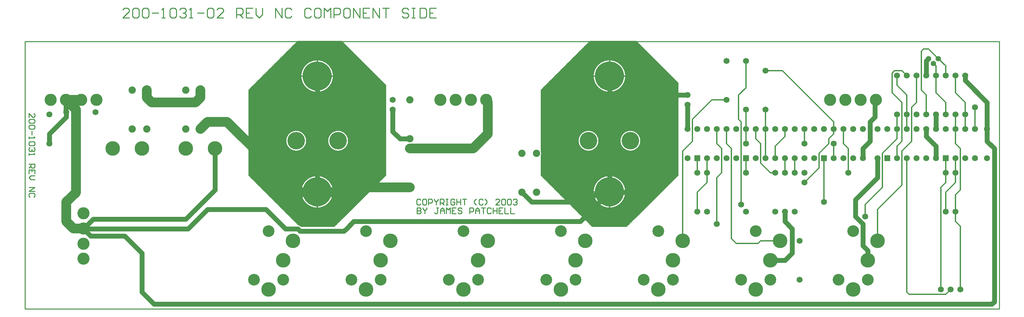
<source format=gtl>
*%FSLAX23Y23*%
*%MOIN*%
G01*
%ADD11C,0.006*%
%ADD12C,0.007*%
%ADD13C,0.008*%
%ADD14C,0.010*%
%ADD15C,0.012*%
%ADD16C,0.015*%
%ADD17C,0.020*%
%ADD18C,0.032*%
%ADD19C,0.036*%
%ADD20C,0.042*%
%ADD21C,0.050*%
%ADD22C,0.052*%
%ADD23C,0.055*%
%ADD24C,0.056*%
%ADD25C,0.060*%
%ADD26C,0.061*%
%ADD27C,0.062*%
%ADD28C,0.068*%
%ADD29C,0.070*%
%ADD30C,0.070*%
%ADD31C,0.075*%
%ADD32C,0.075*%
%ADD33C,0.080*%
%ADD34C,0.080*%
%ADD35C,0.081*%
%ADD36C,0.090*%
%ADD37C,0.095*%
%ADD38C,0.100*%
%ADD39C,0.115*%
%ADD40C,0.120*%
%ADD41C,0.125*%
%ADD42C,0.126*%
%ADD43C,0.131*%
%ADD44C,0.140*%
%ADD45C,0.150*%
%ADD46C,0.156*%
%ADD47C,0.160*%
%ADD48C,0.180*%
%ADD49C,0.186*%
%ADD50C,0.250*%
%ADD51R,0.062X0.062*%
%ADD52R,0.068X0.068*%
D14*
X5781Y9432D02*
X5848D01*
X5781D02*
X5848Y9499D01*
Y9515D01*
X5831Y9532D01*
X5798D01*
X5781Y9515D01*
X5881D02*
X5898Y9532D01*
X5931D01*
X5948Y9515D01*
Y9449D01*
X5931Y9432D01*
X5898D01*
X5881Y9449D01*
Y9515D01*
X5981D02*
X5998Y9532D01*
X6031D01*
X6048Y9515D01*
Y9449D01*
X6031Y9432D01*
X5998D01*
X5981Y9449D01*
Y9515D01*
X6081Y9482D02*
X6148D01*
X6181Y9432D02*
X6214D01*
X6198D01*
Y9532D01*
X6199D01*
X6198D02*
X6181Y9515D01*
X6264D02*
X6281Y9532D01*
X6314D01*
X6331Y9515D01*
Y9449D01*
X6314Y9432D01*
X6281D01*
X6264Y9449D01*
Y9515D01*
X6364D02*
X6381Y9532D01*
X6414D01*
X6431Y9515D01*
Y9499D01*
X6432D01*
X6431D02*
X6432D01*
X6431D02*
X6432D01*
X6431D02*
X6414Y9482D01*
X6397D01*
X6414D01*
X6431Y9465D01*
Y9449D01*
X6414Y9432D01*
X6381D01*
X6364Y9449D01*
X6464Y9432D02*
X6497D01*
X6481D01*
Y9532D01*
X6482D01*
X6481D02*
X6464Y9515D01*
X6547Y9482D02*
X6614D01*
X6647Y9515D02*
X6664Y9532D01*
X6697D01*
X6714Y9515D01*
Y9449D01*
X6697Y9432D01*
X6664D01*
X6647Y9449D01*
Y9515D01*
X6747Y9432D02*
X6814D01*
X6747D02*
X6814Y9499D01*
Y9515D01*
X6797Y9532D01*
X6764D01*
X6747Y9515D01*
X6947Y9532D02*
Y9432D01*
Y9532D02*
X6997D01*
X7014Y9515D01*
Y9482D01*
X6997Y9465D01*
X6947D01*
X6981D02*
X7014Y9432D01*
X7047Y9532D02*
X7114D01*
X7047D02*
Y9432D01*
X7114D01*
X7081Y9482D02*
X7047D01*
X7147Y9465D02*
Y9532D01*
Y9465D02*
X7181Y9432D01*
X7214Y9465D01*
Y9532D01*
X7347D02*
Y9432D01*
X7414D02*
X7347Y9532D01*
X7414D02*
Y9432D01*
X7514Y9515D02*
X7497Y9532D01*
X7464D01*
X7447Y9515D01*
Y9449D01*
X7464Y9432D01*
X7497D01*
X7514Y9449D01*
X7697Y9532D02*
X7714Y9515D01*
X7697Y9532D02*
X7664D01*
X7647Y9515D01*
Y9449D01*
X7664Y9432D01*
X7697D01*
X7714Y9449D01*
X7764Y9532D02*
X7797D01*
X7764D02*
X7747Y9515D01*
Y9449D01*
X7764Y9432D01*
X7797D01*
X7814Y9449D01*
Y9515D01*
X7797Y9532D01*
X7847D02*
Y9432D01*
X7880Y9499D02*
X7847Y9532D01*
X7880Y9499D02*
X7914Y9532D01*
Y9432D01*
X7947D02*
Y9532D01*
X7997D01*
X8014Y9515D01*
Y9482D01*
X7997Y9465D01*
X7947D01*
X8064Y9532D02*
X8097D01*
X8064D02*
X8047Y9515D01*
Y9449D01*
X8064Y9432D01*
X8097D01*
X8114Y9449D01*
Y9515D01*
X8097Y9532D01*
X8147D02*
Y9432D01*
X8214D02*
X8147Y9532D01*
X8214D02*
Y9432D01*
X8247Y9532D02*
X8314D01*
X8247D02*
Y9432D01*
X8314D01*
X8280Y9482D02*
X8247D01*
X8347Y9432D02*
Y9532D01*
X8413Y9432D01*
Y9532D01*
X8447D02*
X8513D01*
X8480D01*
Y9432D01*
X8697Y9532D02*
X8713Y9515D01*
X8697Y9532D02*
X8663D01*
X8647Y9515D01*
Y9499D01*
X8663Y9482D01*
X8697D01*
X8713Y9465D01*
Y9449D01*
X8697Y9432D01*
X8663D01*
X8647Y9449D01*
X8747Y9532D02*
X8780D01*
X8763D01*
Y9432D01*
X8747D01*
X8780D01*
X8830D02*
Y9532D01*
Y9432D02*
X8880D01*
X8897Y9449D01*
Y9515D01*
X8880Y9532D01*
X8830D01*
X8930D02*
X8997D01*
X8930D02*
Y9432D01*
X8997D01*
X8963Y9482D02*
X8930D01*
X8801Y7477D02*
Y7417D01*
X8831D01*
X8841Y7427D01*
Y7437D01*
X8831Y7447D01*
X8801D01*
X8802D01*
X8801D02*
X8802D01*
X8801D02*
X8802D01*
X8801D02*
X8831D01*
X8841Y7457D01*
Y7467D01*
X8831Y7477D01*
X8801D01*
X8861D02*
Y7467D01*
X8881Y7447D01*
X8901Y7467D01*
Y7477D01*
X8881Y7447D02*
Y7417D01*
X9001Y7477D02*
X9021D01*
X9011D02*
X9001D01*
X9011D02*
Y7427D01*
X9001Y7417D01*
X8991D01*
X8981Y7427D01*
X9041Y7417D02*
Y7457D01*
X9061Y7477D01*
X9081Y7457D01*
Y7417D01*
Y7447D01*
X9041D01*
X9101Y7417D02*
Y7477D01*
X9121Y7457D01*
X9141Y7477D01*
Y7417D01*
X9161Y7477D02*
X9201D01*
X9161D02*
Y7417D01*
X9201D01*
X9181Y7447D02*
X9161D01*
X9251Y7477D02*
X9261Y7467D01*
X9251Y7477D02*
X9231D01*
X9221Y7467D01*
Y7457D01*
X9231Y7447D01*
X9251D01*
X9261Y7437D01*
Y7427D01*
X9251Y7417D01*
X9231D01*
X9221Y7427D01*
X9341Y7417D02*
Y7477D01*
X9371D01*
X9381Y7467D01*
Y7447D01*
X9371Y7437D01*
X9341D01*
X9401Y7417D02*
Y7457D01*
X9421Y7477D01*
X9441Y7457D01*
Y7417D01*
Y7447D01*
X9401D01*
X9461Y7477D02*
X9501D01*
X9481D01*
Y7417D01*
X9551Y7477D02*
X9561Y7467D01*
X9551Y7477D02*
X9531D01*
X9521Y7467D01*
Y7427D01*
X9531Y7417D01*
X9551D01*
X9561Y7427D01*
X9581Y7417D02*
Y7477D01*
Y7447D02*
Y7417D01*
Y7447D02*
X9621D01*
Y7477D01*
Y7417D01*
X9641Y7477D02*
X9681D01*
X9641D02*
Y7417D01*
X9681D01*
X9661Y7447D02*
X9641D01*
X9701Y7477D02*
Y7417D01*
X9741D01*
X9761D02*
Y7477D01*
Y7417D02*
X9801D01*
X8836Y7557D02*
X8826Y7567D01*
X8806D01*
X8796Y7557D01*
Y7517D01*
X8806Y7507D01*
X8826D01*
X8836Y7517D01*
X8866Y7567D02*
X8886D01*
X8866D02*
X8856Y7557D01*
Y7517D01*
X8866Y7507D01*
X8886D01*
X8896Y7517D01*
Y7557D01*
X8886Y7567D01*
X8916D02*
Y7507D01*
Y7567D02*
X8946D01*
X8956Y7557D01*
Y7537D01*
X8946Y7527D01*
X8916D01*
X8976Y7557D02*
Y7567D01*
Y7557D02*
X8996Y7537D01*
X9016Y7557D01*
Y7567D01*
X8996Y7537D02*
Y7507D01*
X9036D02*
Y7567D01*
X9066D01*
X9076Y7557D01*
Y7537D01*
X9066Y7527D01*
X9036D01*
X9056D02*
X9076Y7507D01*
X9096Y7567D02*
X9116D01*
X9106D01*
Y7507D01*
X9096D01*
X9116D01*
X9176Y7567D02*
X9186Y7557D01*
X9176Y7567D02*
X9156D01*
X9146Y7557D01*
Y7517D01*
X9156Y7507D01*
X9176D01*
X9186Y7517D01*
Y7537D01*
X9166D01*
X9206Y7567D02*
Y7507D01*
Y7537D01*
X9246D01*
Y7567D01*
Y7507D01*
X9266Y7567D02*
X9306D01*
X9286D01*
Y7507D01*
X9386Y7527D02*
X9406Y7507D01*
X9386Y7527D02*
Y7547D01*
X9406Y7567D01*
X9466D02*
X9476Y7557D01*
X9466Y7567D02*
X9446D01*
X9436Y7557D01*
Y7517D01*
X9446Y7507D01*
X9466D01*
X9476Y7517D01*
X9496Y7507D02*
X9516Y7527D01*
Y7547D01*
X9496Y7567D01*
X9606Y7507D02*
X9646D01*
X9606D02*
X9646Y7547D01*
Y7557D01*
X9636Y7567D01*
X9616D01*
X9606Y7557D01*
X9666D02*
X9676Y7567D01*
X9696D01*
X9706Y7557D01*
Y7517D01*
X9696Y7507D01*
X9676D01*
X9666Y7517D01*
Y7557D01*
X9726D02*
X9736Y7567D01*
X9756D01*
X9766Y7557D01*
Y7517D01*
X9756Y7507D01*
X9736D01*
X9726Y7517D01*
Y7557D01*
X9786D02*
X9796Y7567D01*
X9816D01*
X9826Y7557D01*
Y7547D01*
X9827D01*
X9826D02*
X9827D01*
X9826D02*
X9827D01*
X9826D02*
X9816Y7537D01*
X9806D01*
X9816D01*
X9826Y7527D01*
Y7517D01*
X9816Y7507D01*
X9796D01*
X9786Y7517D01*
X4816Y8407D02*
Y8447D01*
X4856Y8407D01*
X4866D01*
X4876Y8417D01*
Y8437D01*
X4866Y8447D01*
Y8387D02*
X4876Y8377D01*
Y8357D01*
X4866Y8347D01*
X4826D01*
X4816Y8357D01*
Y8377D01*
X4826Y8387D01*
X4866D01*
Y8327D02*
X4876Y8317D01*
Y8297D01*
X4866Y8287D01*
X4826D01*
X4816Y8297D01*
Y8317D01*
X4826Y8327D01*
X4866D01*
X4846Y8267D02*
Y8227D01*
X4816Y8207D02*
Y8187D01*
Y8197D01*
X4876D01*
X4877D01*
X4876D02*
X4866Y8207D01*
Y8157D02*
X4876Y8147D01*
Y8127D01*
X4866Y8117D01*
X4826D01*
X4816Y8127D01*
Y8147D01*
X4826Y8157D01*
X4866D01*
Y8097D02*
X4876Y8087D01*
Y8067D01*
X4866Y8057D01*
X4856D01*
X4857D01*
X4856D02*
X4857D01*
X4856D02*
X4857D01*
X4856D02*
X4846Y8067D01*
Y8077D01*
Y8067D01*
X4836Y8057D01*
X4826D01*
X4816Y8067D01*
Y8087D01*
X4826Y8097D01*
X4816Y8037D02*
Y8017D01*
Y8027D01*
X4876D01*
X4877D01*
X4876D02*
X4866Y8037D01*
X4876Y7927D02*
X4816D01*
X4876D02*
Y7897D01*
X4866Y7887D01*
X4846D01*
X4836Y7897D01*
Y7927D01*
Y7907D02*
X4816Y7887D01*
X4876Y7867D02*
Y7827D01*
Y7867D02*
X4816D01*
Y7827D01*
X4846Y7847D02*
Y7867D01*
X4836Y7807D02*
X4876D01*
X4836D02*
X4816Y7787D01*
X4836Y7767D01*
X4876D01*
Y7687D02*
X4816D01*
Y7647D02*
X4876Y7687D01*
Y7647D02*
X4816D01*
X4866Y7587D02*
X4876Y7597D01*
Y7617D01*
X4866Y7627D01*
X4826D01*
X4816Y7617D01*
Y7597D01*
X4826Y7587D01*
X14776Y6437D02*
Y9187D01*
X4776D02*
Y6437D01*
X14776D01*
Y9187D02*
X4776D01*
D15*
X12551Y8887D02*
X13076Y8362D01*
X8476Y8737D02*
X8026Y9187D01*
X7076Y7812D02*
X7583Y7305D01*
X11051Y9187D02*
X11476Y8762D01*
X10076Y7812D02*
X10601Y7287D01*
X12776Y7737D02*
X12926Y7887D01*
X13401Y7512D02*
X13576Y7687D01*
Y8037D02*
X13726Y8187D01*
X11826Y8587D02*
X11626Y8387D01*
X13526Y7462D02*
X13776Y7712D01*
X8476Y7812D02*
X7951Y7287D01*
X7076Y8687D02*
X7576Y9187D01*
X10951Y7287D02*
X11476Y7812D01*
X10576Y9187D02*
X10076Y8687D01*
X13851Y6587D02*
X14226D01*
X12526Y7137D02*
X12326D01*
X12301Y7112D02*
X12076D01*
X7951Y7287D02*
X7612D01*
X7601Y7297D02*
X7961D01*
X7973Y7309D02*
X7579D01*
X7567Y7321D02*
X7985D01*
X7997Y7333D02*
X7555D01*
X7543Y7345D02*
X8009D01*
X8021Y7357D02*
X7531D01*
X7519Y7369D02*
X8033D01*
X8045Y7381D02*
X7507D01*
X7495Y7393D02*
X8057D01*
X10601Y7287D02*
X10951D01*
X10961Y7297D02*
X10591D01*
X10579Y7309D02*
X10973D01*
X10985Y7321D02*
X10567D01*
X10555Y7333D02*
X10997D01*
X11009Y7345D02*
X10543D01*
X10531Y7357D02*
X11021D01*
X11033Y7369D02*
X10519D01*
X10507Y7381D02*
X11045D01*
X11057Y7393D02*
X10495D01*
X8069Y7405D02*
X7483D01*
X7471Y7417D02*
X8081D01*
X8093Y7429D02*
X7459D01*
X7447Y7441D02*
X8105D01*
X8117Y7453D02*
X7435D01*
X7423Y7465D02*
X8129D01*
X7744Y7477D02*
X7411D01*
X7808D02*
X8141D01*
X7707Y7489D02*
X7399D01*
X7845D02*
X8153D01*
X7685Y7501D02*
X7387D01*
X7867D02*
X8165D01*
X7668Y7513D02*
X7375D01*
X7884D02*
X8177D01*
X7655Y7525D02*
X7363D01*
X7897D02*
X8189D01*
X7645Y7537D02*
X7351D01*
X7907D02*
X8201D01*
X7636Y7549D02*
X7339D01*
X7916D02*
X8213D01*
X7629Y7561D02*
X7327D01*
X7923D02*
X8225D01*
X7623Y7573D02*
X7315D01*
X7929D02*
X8237D01*
X7618Y7585D02*
X7303D01*
X7934D02*
X8249D01*
X10483Y7405D02*
X11069D01*
X11081Y7417D02*
X10471D01*
X10459Y7429D02*
X11093D01*
X11105Y7441D02*
X10447D01*
X10435Y7453D02*
X11117D01*
X11129Y7465D02*
X10423D01*
X10411Y7477D02*
X10744D01*
X10808D02*
X11141D01*
X10707Y7489D02*
X10399D01*
X10845D02*
X11153D01*
X10685Y7501D02*
X10387D01*
X10867D02*
X11165D01*
X10668Y7513D02*
X10375D01*
X10884D02*
X11177D01*
X10655Y7525D02*
X10363D01*
X10897D02*
X11189D01*
X10645Y7537D02*
X10351D01*
X10907D02*
X11201D01*
X10636Y7549D02*
X10339D01*
X10916D02*
X11213D01*
X10629Y7561D02*
X10327D01*
X10923D02*
X11225D01*
X10623Y7573D02*
X10315D01*
X10929D02*
X11237D01*
X10618Y7585D02*
X10303D01*
X10934D02*
X11249D01*
X7944Y7642D02*
X7776D01*
X7608D01*
X7614Y7597D02*
X7291D01*
X7938D02*
X8261D01*
X7611Y7609D02*
X7279D01*
X7941D02*
X8273D01*
X7609Y7621D02*
X7267D01*
X7943D02*
X8285D01*
X7608Y7633D02*
X7255D01*
X7944D02*
X8297D01*
X7608Y7645D02*
X7243D01*
X7944D02*
X8309D01*
X7609Y7657D02*
X7231D01*
X7943D02*
X8321D01*
X7610Y7669D02*
X7219D01*
X7942D02*
X8333D01*
X7613Y7681D02*
X7207D01*
X7939D02*
X8345D01*
X7616Y7693D02*
X7195D01*
X7936D02*
X8357D01*
X7620Y7705D02*
X7183D01*
X7932D02*
X8369D01*
X7626Y7717D02*
X7171D01*
X7926D02*
X8381D01*
X7632Y7729D02*
X7159D01*
X7920D02*
X8393D01*
X7640Y7741D02*
X7147D01*
X7912D02*
X8405D01*
X7650Y7753D02*
X7135D01*
X7902D02*
X8417D01*
X7662Y7765D02*
X7123D01*
X7890D02*
X8429D01*
X7676Y7777D02*
X7111D01*
X7876D02*
X8441D01*
X10776Y7642D02*
X10944D01*
X10776D02*
X10608D01*
X10614Y7597D02*
X10291D01*
X10938D02*
X11261D01*
X10611Y7609D02*
X10279D01*
X10941D02*
X11273D01*
X10609Y7621D02*
X10267D01*
X10943D02*
X11285D01*
X10608Y7633D02*
X10255D01*
X10944D02*
X11297D01*
X10608Y7645D02*
X10243D01*
X10944D02*
X11309D01*
X10609Y7657D02*
X10231D01*
X10943D02*
X11321D01*
X10610Y7669D02*
X10219D01*
X10942D02*
X11333D01*
X10613Y7681D02*
X10207D01*
X10939D02*
X11345D01*
X10616Y7693D02*
X10195D01*
X10936D02*
X11357D01*
X10620Y7705D02*
X10183D01*
X10932D02*
X11369D01*
X10626Y7717D02*
X10171D01*
X10926D02*
X11381D01*
X10632Y7729D02*
X10159D01*
X10920D02*
X11393D01*
X10640Y7741D02*
X10147D01*
X10912D02*
X11405D01*
X10650Y7753D02*
X10135D01*
X10902D02*
X11417D01*
X10662Y7765D02*
X10123D01*
X10890D02*
X11429D01*
X10676Y7777D02*
X10111D01*
X10876D02*
X11441D01*
X12426Y7837D02*
X12476D01*
X7695Y7789D02*
X7099D01*
X7857D02*
X8453D01*
X7722Y7801D02*
X7087D01*
X7830D02*
X8465D01*
X8476Y7813D02*
X7076D01*
Y7825D02*
X8476D01*
Y7837D02*
X7076D01*
Y7849D02*
X8476D01*
Y7861D02*
X7076D01*
Y7873D02*
X8476D01*
Y7885D02*
X7076D01*
Y7897D02*
X8476D01*
Y7909D02*
X7076D01*
Y7921D02*
X8476D01*
Y7933D02*
X7076D01*
Y7945D02*
X8476D01*
Y7957D02*
X7076D01*
Y7969D02*
X8476D01*
Y7981D02*
X7076D01*
X10099Y7789D02*
X10695D01*
X10857D02*
X11453D01*
X10722Y7801D02*
X10087D01*
X10830D02*
X11465D01*
X11476Y7813D02*
X10076D01*
Y7825D02*
X11476D01*
Y7837D02*
X10076D01*
Y7849D02*
X11476D01*
Y7861D02*
X10076D01*
Y7873D02*
X11476D01*
Y7885D02*
X10076D01*
Y7897D02*
X11476D01*
Y7909D02*
X10076D01*
Y7921D02*
X11476D01*
Y7933D02*
X10076D01*
Y7945D02*
X11476D01*
Y7957D02*
X10076D01*
Y7969D02*
X11476D01*
Y7981D02*
X10076D01*
X8476Y7993D02*
X7076D01*
Y8005D02*
X8476D01*
Y8017D02*
X7076D01*
Y8029D02*
X8476D01*
Y8041D02*
X7076D01*
Y8053D02*
X8476D01*
X7526Y8065D02*
X7076D01*
X7596D02*
X7956D01*
X8026D02*
X8476D01*
X7501Y8077D02*
X7076D01*
X7621D02*
X7931D01*
X8051D02*
X8476D01*
X7486Y8089D02*
X7076D01*
X7636D02*
X7916D01*
X8066D02*
X8476D01*
X7476Y8101D02*
X7076D01*
X7646D02*
X7906D01*
X8076D02*
X8476D01*
X7467Y8113D02*
X7076D01*
X7655D02*
X7897D01*
X8085D02*
X8476D01*
X7462Y8125D02*
X7076D01*
X7660D02*
X7892D01*
X8090D02*
X8476D01*
X7457Y8137D02*
X7076D01*
X7665D02*
X7887D01*
X8095D02*
X8476D01*
X7455Y8149D02*
X7076D01*
X7667D02*
X7885D01*
X8097D02*
X8476D01*
X7453Y8161D02*
X7076D01*
X7669D02*
X7883D01*
X8099D02*
X8476D01*
X7453Y8173D02*
X7076D01*
X7669D02*
X7883D01*
X8099D02*
X8476D01*
X10076Y7993D02*
X11476D01*
Y8005D02*
X10076D01*
X10078Y8017D02*
X11476D01*
Y8029D02*
X10081D01*
X10081Y8041D02*
X11476D01*
Y8053D02*
X10079D01*
X10076Y8065D02*
X10526D01*
X10596D02*
X10956D01*
X11026D02*
X11476D01*
X10501Y8077D02*
X10076D01*
X10621D02*
X10931D01*
X11051D02*
X11476D01*
X10486Y8089D02*
X10076D01*
X10636D02*
X10916D01*
X11066D02*
X11476D01*
X10476Y8101D02*
X10076D01*
X10646D02*
X10906D01*
X11076D02*
X11476D01*
X10467Y8113D02*
X10076D01*
X10655D02*
X10897D01*
X11085D02*
X11476D01*
X10462Y8125D02*
X10076D01*
X10660D02*
X10892D01*
X11090D02*
X11476D01*
X10457Y8137D02*
X10076D01*
X10665D02*
X10887D01*
X11095D02*
X11476D01*
X10455Y8149D02*
X10076D01*
X10667D02*
X10885D01*
X11097D02*
X11476D01*
X10453Y8161D02*
X10076D01*
X10669D02*
X10883D01*
X11099D02*
X11476D01*
X10453Y8173D02*
X10076D01*
X10669D02*
X10883D01*
X11099D02*
X11476D01*
X7455Y8185D02*
X7076D01*
X7667D02*
X7885D01*
X8097D02*
X8476D01*
X7457Y8197D02*
X7076D01*
X7665D02*
X7887D01*
X8095D02*
X8476D01*
X7462Y8209D02*
X7076D01*
X7660D02*
X7892D01*
X8090D02*
X8476D01*
X7467Y8221D02*
X7076D01*
X7655D02*
X7897D01*
X8085D02*
X8476D01*
X7476Y8233D02*
X7076D01*
X7646D02*
X7906D01*
X8076D02*
X8476D01*
X7486Y8245D02*
X7076D01*
X7636D02*
X7916D01*
X8066D02*
X8476D01*
X7501Y8257D02*
X7076D01*
X7621D02*
X7931D01*
X8051D02*
X8476D01*
X7526Y8269D02*
X7076D01*
X7596D02*
X7956D01*
X8026D02*
X8476D01*
Y8281D02*
X7076D01*
Y8293D02*
X8476D01*
Y8305D02*
X7076D01*
Y8317D02*
X8476D01*
Y8329D02*
X7076D01*
Y8341D02*
X8476D01*
Y8353D02*
X7076D01*
Y8365D02*
X8476D01*
X10076Y8185D02*
X10455D01*
X10667D02*
X10885D01*
X11097D02*
X11476D01*
X10457Y8197D02*
X10076D01*
X10665D02*
X10887D01*
X11095D02*
X11476D01*
X10462Y8209D02*
X10076D01*
X10660D02*
X10892D01*
X11090D02*
X11476D01*
X10467Y8221D02*
X10076D01*
X10655D02*
X10897D01*
X11085D02*
X11476D01*
X10476Y8233D02*
X10076D01*
X10646D02*
X10906D01*
X11076D02*
X11476D01*
X10486Y8245D02*
X10076D01*
X10636D02*
X10916D01*
X11066D02*
X11476D01*
X10501Y8257D02*
X10076D01*
X10621D02*
X10931D01*
X11051D02*
X11476D01*
X10526Y8269D02*
X10076D01*
X10596D02*
X10956D01*
X11026D02*
X11476D01*
Y8281D02*
X10076D01*
Y8293D02*
X11476D01*
Y8305D02*
X10076D01*
Y8317D02*
X11476D01*
Y8329D02*
X10076D01*
Y8341D02*
X11476D01*
Y8353D02*
X10076D01*
Y8365D02*
X11476D01*
X8476Y8377D02*
X7076D01*
Y8389D02*
X8476D01*
Y8401D02*
X7076D01*
Y8413D02*
X8476D01*
Y8425D02*
X7076D01*
Y8437D02*
X8476D01*
Y8449D02*
X7076D01*
Y8461D02*
X8476D01*
Y8473D02*
X7076D01*
Y8485D02*
X8476D01*
Y8497D02*
X7076D01*
Y8509D02*
X8476D01*
Y8521D02*
X7076D01*
Y8533D02*
X8476D01*
Y8545D02*
X7076D01*
Y8557D02*
X8476D01*
X10076Y8377D02*
X11476D01*
Y8389D02*
X10076D01*
Y8401D02*
X11476D01*
Y8413D02*
X10076D01*
Y8425D02*
X11476D01*
Y8437D02*
X10076D01*
Y8449D02*
X11476D01*
Y8461D02*
X10076D01*
Y8473D02*
X11476D01*
Y8485D02*
X10076D01*
Y8497D02*
X11476D01*
Y8509D02*
X10076D01*
Y8521D02*
X11476D01*
Y8533D02*
X10076D01*
Y8545D02*
X11476D01*
Y8557D02*
X10076D01*
X11826Y8587D02*
X11976D01*
X8476Y8569D02*
X7076D01*
Y8581D02*
X8476D01*
Y8593D02*
X7076D01*
Y8605D02*
X8476D01*
Y8617D02*
X7076D01*
Y8629D02*
X8476D01*
Y8641D02*
X7076D01*
Y8653D02*
X8476D01*
X7758Y8665D02*
X7076D01*
X7794D02*
X8476D01*
X7711Y8677D02*
X7076D01*
X7841D02*
X8476D01*
X7688Y8689D02*
X7078D01*
X7864D02*
X8476D01*
X7671Y8701D02*
X7090D01*
X7881D02*
X8476D01*
X7657Y8713D02*
X7102D01*
X7895D02*
X8476D01*
X7646Y8725D02*
X7114D01*
X7906D02*
X8476D01*
X7637Y8737D02*
X7126D01*
X7915D02*
X8476D01*
X7630Y8749D02*
X7138D01*
X7922D02*
X8464D01*
X7624Y8761D02*
X7150D01*
X7928D02*
X8452D01*
X10076Y8569D02*
X11476D01*
Y8581D02*
X10076D01*
Y8593D02*
X11476D01*
Y8605D02*
X10076D01*
Y8617D02*
X11476D01*
Y8629D02*
X10076D01*
Y8641D02*
X11476D01*
Y8653D02*
X10076D01*
Y8665D02*
X10758D01*
X10794D02*
X11476D01*
X10711Y8677D02*
X10076D01*
X10841D02*
X11476D01*
X10688Y8689D02*
X10078D01*
X10864D02*
X11476D01*
X10671Y8701D02*
X10090D01*
X10881D02*
X11476D01*
X10657Y8713D02*
X10102D01*
X10895D02*
X11476D01*
X10646Y8725D02*
X10114D01*
X10906D02*
X11476D01*
X10637Y8737D02*
X10126D01*
X10915D02*
X11476D01*
X10630Y8749D02*
X10138D01*
X10922D02*
X11476D01*
X10624Y8761D02*
X10150D01*
X10928D02*
X11476D01*
X7076Y8687D02*
Y7812D01*
X7100Y7788D02*
Y8711D01*
X7088Y8699D02*
Y7800D01*
X12376Y8887D02*
X12551D01*
X13701D02*
X13776D01*
X7944Y8832D02*
X7776D01*
X7608D01*
X7619Y8773D02*
X7162D01*
X7933D02*
X8440D01*
X7615Y8785D02*
X7174D01*
X7937D02*
X8428D01*
X7612Y8797D02*
X7186D01*
X7940D02*
X8416D01*
X7610Y8809D02*
X7198D01*
X7942D02*
X8404D01*
X7608Y8821D02*
X7210D01*
X7944D02*
X8392D01*
X7608Y8833D02*
X7222D01*
X7944D02*
X8380D01*
X7609Y8845D02*
X7234D01*
X7943D02*
X8368D01*
X7610Y8857D02*
X7246D01*
X7942D02*
X8356D01*
X7612Y8869D02*
X7258D01*
X7940D02*
X8344D01*
X7615Y8881D02*
X7270D01*
X7937D02*
X8332D01*
X7619Y8893D02*
X7282D01*
X7933D02*
X8320D01*
X7625Y8905D02*
X7294D01*
X7927D02*
X8308D01*
X7631Y8917D02*
X7306D01*
X7921D02*
X8296D01*
X7639Y8929D02*
X7318D01*
X7913D02*
X8284D01*
X7648Y8941D02*
X7330D01*
X7904D02*
X8272D01*
X7659Y8953D02*
X7342D01*
X7893D02*
X8260D01*
X10776Y8832D02*
X10944D01*
X10776D02*
X10608D01*
X10619Y8773D02*
X10162D01*
X10933D02*
X11465D01*
X10615Y8785D02*
X10174D01*
X10937D02*
X11453D01*
X10612Y8797D02*
X10186D01*
X10940D02*
X11441D01*
X10610Y8809D02*
X10198D01*
X10942D02*
X11429D01*
X10608Y8821D02*
X10210D01*
X10944D02*
X11417D01*
X10608Y8833D02*
X10222D01*
X10944D02*
X11405D01*
X10609Y8845D02*
X10234D01*
X10943D02*
X11393D01*
X10610Y8857D02*
X10246D01*
X10942D02*
X11381D01*
X10612Y8869D02*
X10258D01*
X10940D02*
X11369D01*
X10615Y8881D02*
X10270D01*
X10937D02*
X11357D01*
X10619Y8893D02*
X10282D01*
X10933D02*
X11345D01*
X10625Y8905D02*
X10294D01*
X10927D02*
X11333D01*
X10631Y8917D02*
X10306D01*
X10921D02*
X11321D01*
X10639Y8929D02*
X10318D01*
X10913D02*
X11309D01*
X10648Y8941D02*
X10330D01*
X10904D02*
X11297D01*
X10659Y8953D02*
X10342D01*
X10893D02*
X11285D01*
X7292Y8903D02*
Y7596D01*
X7280Y7608D02*
Y8891D01*
X7268Y8879D02*
Y7620D01*
X7256Y7632D02*
Y8867D01*
X7244Y8855D02*
Y7644D01*
X7232Y7656D02*
Y8843D01*
X7220Y8831D02*
Y7668D01*
X7208Y7680D02*
Y8819D01*
X7196Y8807D02*
Y7692D01*
X7184Y7704D02*
Y8795D01*
X7172Y8783D02*
Y7716D01*
X7160Y7728D02*
Y8771D01*
X7148Y8759D02*
Y7740D01*
X7136Y7752D02*
Y8747D01*
X7124Y8735D02*
Y7764D01*
X7112Y7776D02*
Y8723D01*
X14001Y9112D02*
X14051D01*
X7673Y8965D02*
X7354D01*
X7879D02*
X8248D01*
X7691Y8977D02*
X7366D01*
X7861D02*
X8236D01*
X7716Y8989D02*
X7378D01*
X7836D02*
X8224D01*
X8212Y9001D02*
X7390D01*
X7402Y9013D02*
X8200D01*
X8188Y9025D02*
X7414D01*
X7426Y9037D02*
X8176D01*
X8164Y9049D02*
X7438D01*
X7450Y9061D02*
X8152D01*
X8140Y9073D02*
X7462D01*
X7474Y9085D02*
X8128D01*
X8116Y9097D02*
X7486D01*
X7498Y9109D02*
X8104D01*
X8092Y9121D02*
X7510D01*
X7522Y9133D02*
X8080D01*
X8068Y9145D02*
X7534D01*
X10354Y8965D02*
X10673D01*
X10879D02*
X11273D01*
X10691Y8977D02*
X10366D01*
X10861D02*
X11261D01*
X10716Y8989D02*
X10378D01*
X10836D02*
X11249D01*
X11237Y9001D02*
X10390D01*
X10402Y9013D02*
X11225D01*
X11213Y9025D02*
X10414D01*
X10426Y9037D02*
X11201D01*
X11189Y9049D02*
X10438D01*
X10450Y9061D02*
X11177D01*
X11165Y9073D02*
X10462D01*
X10474Y9085D02*
X11153D01*
X11141Y9097D02*
X10486D01*
X10498Y9109D02*
X11129D01*
X11117Y9121D02*
X10510D01*
X10522Y9133D02*
X11105D01*
X11093Y9145D02*
X10534D01*
X7484Y8091D02*
Y7404D01*
Y8243D02*
Y9095D01*
X7472Y8106D02*
Y7416D01*
Y8228D02*
Y9083D01*
X7460Y8129D02*
Y7428D01*
Y8205D02*
Y9071D01*
X7448Y9059D02*
Y7440D01*
X7436Y7452D02*
Y9047D01*
X7424Y9035D02*
Y7464D01*
X7412Y7476D02*
Y9023D01*
X7400Y9011D02*
Y7488D01*
X7388Y7500D02*
Y8999D01*
X7376Y8987D02*
Y7512D01*
X7364Y7524D02*
Y8975D01*
X7352Y8963D02*
Y7536D01*
X7340Y7548D02*
Y8951D01*
X7328Y8939D02*
Y7560D01*
X7316Y7572D02*
Y8927D01*
X7304Y8915D02*
Y7584D01*
X7576Y9187D02*
X8026D01*
X8056Y9157D02*
X7546D01*
X7558Y9169D02*
X8044D01*
X8032Y9181D02*
X7570D01*
X10576Y9187D02*
X11051D01*
X11081Y9157D02*
X10546D01*
X10558Y9169D02*
X11069D01*
X11057Y9181D02*
X10570D01*
X7688Y7499D02*
Y7287D01*
Y7785D02*
Y8689D01*
Y8975D02*
Y9187D01*
X7676Y7507D02*
Y7287D01*
Y7777D02*
Y8697D01*
Y8967D02*
Y9187D01*
X7664Y7517D02*
Y7287D01*
Y7767D02*
Y8135D01*
Y8199D02*
Y8707D01*
Y8957D02*
Y9187D01*
X7652Y7529D02*
Y7287D01*
Y7755D02*
Y8109D01*
Y8225D02*
Y8719D01*
Y8945D02*
Y9187D01*
X7640Y7543D02*
Y7287D01*
Y7741D02*
Y8093D01*
Y8241D02*
Y8733D01*
Y8931D02*
Y9187D01*
X7628Y7563D02*
Y7287D01*
Y7721D02*
Y8082D01*
Y8252D02*
Y8753D01*
Y8911D02*
Y9187D01*
X7616Y7591D02*
Y7287D01*
Y7693D02*
Y8074D01*
Y8260D02*
Y8781D01*
Y8883D02*
Y9187D01*
X7604Y8068D02*
Y7295D01*
Y8266D02*
Y9187D01*
X7592Y8064D02*
Y7305D01*
Y8270D02*
Y9187D01*
X7580Y8061D02*
Y7308D01*
Y8273D02*
Y9187D01*
X7568Y8059D02*
Y7320D01*
Y8275D02*
Y9179D01*
X7556Y8059D02*
Y7332D01*
Y8275D02*
Y9167D01*
X7544Y8060D02*
Y7344D01*
Y8274D02*
Y9155D01*
X7532Y8063D02*
Y7356D01*
Y8271D02*
Y9143D01*
X7520Y8067D02*
Y7368D01*
Y8267D02*
Y9131D01*
X7508Y8073D02*
Y7380D01*
Y8261D02*
Y9119D01*
X7496Y8081D02*
Y7392D01*
Y8253D02*
Y9107D01*
X7606Y7292D02*
X7612Y7287D01*
X7584Y7304D02*
X7583Y7305D01*
X7776Y8832D02*
Y9000D01*
Y8832D02*
Y8664D01*
Y7810D02*
Y7642D01*
Y7474D01*
X7880Y7510D02*
Y7287D01*
Y7774D02*
Y8700D01*
Y8964D02*
Y9187D01*
X7868Y7501D02*
Y7287D01*
Y7783D02*
Y8691D01*
Y8973D02*
Y9187D01*
X7856Y7494D02*
Y7287D01*
Y7790D02*
Y8684D01*
Y8980D02*
Y9187D01*
X7844Y7488D02*
Y7287D01*
Y7796D02*
Y8678D01*
Y8986D02*
Y9187D01*
X7832Y7484D02*
Y7287D01*
Y7800D02*
Y8674D01*
Y8990D02*
Y9187D01*
X7820Y7480D02*
Y7287D01*
Y7804D02*
Y8670D01*
Y8994D02*
Y9187D01*
X7808Y7477D02*
Y7287D01*
Y7807D02*
Y8667D01*
Y8997D02*
Y9187D01*
X7796Y7475D02*
Y7287D01*
Y7809D02*
Y8665D01*
Y8999D02*
Y9187D01*
X7784Y7474D02*
Y7287D01*
Y7810D02*
Y8664D01*
Y9000D02*
Y9187D01*
X7772Y7474D02*
Y7287D01*
Y7810D02*
Y8664D01*
Y9000D02*
Y9187D01*
X7760Y7475D02*
Y7287D01*
Y7809D02*
Y8665D01*
Y8999D02*
Y9187D01*
X7748Y7476D02*
Y7287D01*
Y7808D02*
Y8666D01*
Y8998D02*
Y9187D01*
X7736Y7479D02*
Y7287D01*
Y7805D02*
Y8669D01*
Y8995D02*
Y9187D01*
X7724Y7482D02*
Y7287D01*
Y7802D02*
Y8672D01*
Y8992D02*
Y9187D01*
X7712Y7487D02*
Y7287D01*
Y7797D02*
Y8677D01*
Y8987D02*
Y9187D01*
X7700Y7492D02*
Y7287D01*
Y7792D02*
Y8682D01*
Y8982D02*
Y9187D01*
X8072Y8096D02*
Y7408D01*
Y8238D02*
Y9141D01*
X8060Y8084D02*
Y7396D01*
Y8250D02*
Y9153D01*
X8048Y8075D02*
Y7384D01*
Y8259D02*
Y9165D01*
X8036Y8069D02*
Y7372D01*
Y8265D02*
Y9177D01*
X8024Y8064D02*
Y7360D01*
Y8270D02*
Y9187D01*
X8012Y8061D02*
Y7348D01*
Y8273D02*
Y9187D01*
X8000Y8059D02*
Y7336D01*
Y8275D02*
Y9187D01*
X7988Y8059D02*
Y7324D01*
Y8275D02*
Y9187D01*
X7976Y8060D02*
Y7312D01*
Y8274D02*
Y9187D01*
X7964Y8062D02*
Y7300D01*
Y8272D02*
Y9187D01*
X7952Y8066D02*
Y7288D01*
Y8268D02*
Y9187D01*
X7940Y7606D02*
Y7287D01*
Y7678D02*
Y8072D01*
Y8262D02*
Y8796D01*
Y8868D02*
Y9187D01*
X7928Y7570D02*
Y7287D01*
Y7714D02*
Y8079D01*
Y8255D02*
Y8760D01*
Y8904D02*
Y9187D01*
X7916Y7549D02*
Y7287D01*
Y7735D02*
Y8089D01*
Y8245D02*
Y8739D01*
Y8925D02*
Y9187D01*
X7904Y7533D02*
Y7287D01*
Y7751D02*
Y8103D01*
Y8231D02*
Y8723D01*
Y8941D02*
Y9187D01*
X7892Y7520D02*
Y7287D01*
Y7764D02*
Y8124D01*
Y8210D02*
Y8710D01*
Y8954D02*
Y9187D01*
X8276Y8937D02*
Y7612D01*
X8264Y7600D02*
Y8949D01*
X8252Y8961D02*
Y7588D01*
X8240Y7576D02*
Y8973D01*
X8228Y8985D02*
Y7564D01*
X8216Y7552D02*
Y8997D01*
X8204Y9009D02*
Y7540D01*
X8192Y7528D02*
Y9021D01*
X8180Y9033D02*
Y7516D01*
X8168Y7504D02*
Y9045D01*
X8156Y9057D02*
Y7492D01*
X8144Y7480D02*
Y9069D01*
X8132Y9081D02*
Y7468D01*
X8120Y7456D02*
Y9093D01*
X8108Y9105D02*
Y7444D01*
X8096Y7432D02*
Y8142D01*
Y8192D02*
Y9117D01*
X8084Y8112D02*
Y7420D01*
Y8222D02*
Y9129D01*
X8468Y8745D02*
Y7804D01*
X8456Y7792D02*
Y8757D01*
X8444Y8769D02*
Y7780D01*
X8432Y7768D02*
Y8781D01*
X8420Y8793D02*
Y7756D01*
X8408Y7744D02*
Y8805D01*
X8396Y8817D02*
Y7732D01*
X8384Y7720D02*
Y8829D01*
X8372Y8841D02*
Y7708D01*
X8360Y7696D02*
Y8853D01*
X8348Y8865D02*
Y7684D01*
X8336Y7672D02*
Y8877D01*
X8324Y8889D02*
Y7660D01*
X8312Y7648D02*
Y8901D01*
X8300Y8913D02*
Y7636D01*
X8288Y7624D02*
Y8925D01*
X8476Y8737D02*
Y7812D01*
X10076D02*
Y8013D01*
Y8061D02*
Y8687D01*
X10232Y8843D02*
Y7656D01*
X10220Y7668D02*
Y8831D01*
X10208Y8819D02*
Y7680D01*
X10196Y7692D02*
Y8807D01*
X10184Y8795D02*
Y7704D01*
X10172Y7716D02*
Y8783D01*
X10160Y8771D02*
Y7728D01*
X10148Y7740D02*
Y8759D01*
X10136Y8747D02*
Y7752D01*
X10124Y7764D02*
Y8735D01*
X10112Y8723D02*
Y7776D01*
X10100Y7788D02*
Y8711D01*
X10088Y8699D02*
Y7800D01*
X10424Y7464D02*
Y9035D01*
X10412Y9023D02*
Y7476D01*
X10400Y7488D02*
Y9011D01*
X10388Y8999D02*
Y7500D01*
X10376Y7512D02*
Y8987D01*
X10364Y8975D02*
Y7524D01*
X10352Y7536D02*
Y8963D01*
X10340Y8951D02*
Y7548D01*
X10328Y7560D02*
Y8939D01*
X10316Y8927D02*
Y7572D01*
X10304Y7584D02*
Y8915D01*
X10292Y8903D02*
Y7596D01*
X10280Y7608D02*
Y8891D01*
X10268Y8879D02*
Y7620D01*
X10256Y7632D02*
Y8867D01*
X10244Y8855D02*
Y7644D01*
X10616Y7591D02*
Y7287D01*
Y7693D02*
Y8074D01*
Y8260D02*
Y8781D01*
Y8883D02*
Y9187D01*
X10604Y8068D02*
Y7287D01*
Y8266D02*
Y9187D01*
X10592Y8064D02*
Y7296D01*
Y8270D02*
Y9187D01*
X10580Y8061D02*
Y7308D01*
Y8273D02*
Y9187D01*
X10568Y8059D02*
Y7320D01*
Y8275D02*
Y9179D01*
X10556Y8059D02*
Y7332D01*
Y8275D02*
Y9167D01*
X10544Y8060D02*
Y7344D01*
Y8274D02*
Y9155D01*
X10532Y8063D02*
Y7356D01*
Y8271D02*
Y9143D01*
X10520Y8067D02*
Y7368D01*
Y8267D02*
Y9131D01*
X10508Y8073D02*
Y7380D01*
Y8261D02*
Y9119D01*
X10496Y8081D02*
Y7392D01*
Y8253D02*
Y9107D01*
X10484Y8091D02*
Y7404D01*
Y8243D02*
Y9095D01*
X10472Y8106D02*
Y7416D01*
Y8228D02*
Y9083D01*
X10460Y8129D02*
Y7428D01*
Y8205D02*
Y9071D01*
X10448Y9059D02*
Y7440D01*
X10436Y7452D02*
Y9047D01*
X10776Y9000D02*
Y8832D01*
Y8664D01*
Y7810D02*
Y7642D01*
Y7474D01*
X10820Y7480D02*
Y7287D01*
Y7804D02*
Y8670D01*
Y8994D02*
Y9187D01*
X10808Y7477D02*
Y7287D01*
Y7807D02*
Y8667D01*
Y8997D02*
Y9187D01*
X10796Y7475D02*
Y7287D01*
Y7809D02*
Y8665D01*
Y8999D02*
Y9187D01*
X10784Y7474D02*
Y7287D01*
Y7810D02*
Y8664D01*
Y9000D02*
Y9187D01*
X10772Y7474D02*
Y7287D01*
Y7810D02*
Y8664D01*
Y9000D02*
Y9187D01*
X10760Y7475D02*
Y7287D01*
Y7809D02*
Y8665D01*
Y8999D02*
Y9187D01*
X10748Y7476D02*
Y7287D01*
Y7808D02*
Y8666D01*
Y8998D02*
Y9187D01*
X10736Y7479D02*
Y7287D01*
Y7805D02*
Y8669D01*
Y8995D02*
Y9187D01*
X10724Y7482D02*
Y7287D01*
Y7802D02*
Y8672D01*
Y8992D02*
Y9187D01*
X10712Y7487D02*
Y7287D01*
Y7797D02*
Y8677D01*
Y8987D02*
Y9187D01*
X10700Y7492D02*
Y7287D01*
Y7792D02*
Y8682D01*
Y8982D02*
Y9187D01*
X10688Y7499D02*
Y7287D01*
Y7785D02*
Y8689D01*
Y8975D02*
Y9187D01*
X10676Y7507D02*
Y7287D01*
Y7777D02*
Y8697D01*
Y8967D02*
Y9187D01*
X10664Y7517D02*
Y7287D01*
Y7767D02*
Y8135D01*
Y8199D02*
Y8707D01*
Y8957D02*
Y9187D01*
X10652Y7529D02*
Y7287D01*
Y7755D02*
Y8109D01*
Y8225D02*
Y8719D01*
Y8945D02*
Y9187D01*
X10640Y7543D02*
Y7287D01*
Y7741D02*
Y8093D01*
Y8241D02*
Y8733D01*
Y8931D02*
Y9187D01*
X10628Y7563D02*
Y7287D01*
Y7721D02*
Y8082D01*
Y8252D02*
Y8753D01*
Y8911D02*
Y9187D01*
X11012Y8061D02*
Y7348D01*
Y8273D02*
Y9187D01*
X11000Y8059D02*
Y7336D01*
Y8275D02*
Y9187D01*
X10988Y8059D02*
Y7324D01*
Y8275D02*
Y9187D01*
X10976Y8060D02*
Y7312D01*
Y8274D02*
Y9187D01*
X10964Y8062D02*
Y7300D01*
Y8272D02*
Y9187D01*
X10952Y8066D02*
Y7288D01*
Y8268D02*
Y9187D01*
X10940Y7606D02*
Y7287D01*
Y7678D02*
Y8072D01*
Y8262D02*
Y8796D01*
Y8868D02*
Y9187D01*
X10928Y7570D02*
Y7287D01*
Y7714D02*
Y8079D01*
Y8255D02*
Y8760D01*
Y8904D02*
Y9187D01*
X10916Y7549D02*
Y7287D01*
Y7735D02*
Y8089D01*
Y8245D02*
Y8739D01*
Y8925D02*
Y9187D01*
X10904Y7533D02*
Y7287D01*
Y7751D02*
Y8103D01*
Y8231D02*
Y8723D01*
Y8941D02*
Y9187D01*
X10892Y7520D02*
Y7287D01*
Y7764D02*
Y8124D01*
Y8210D02*
Y8710D01*
Y8954D02*
Y9187D01*
X10880Y7510D02*
Y7287D01*
Y7774D02*
Y8700D01*
Y8964D02*
Y9187D01*
X10868Y7501D02*
Y7287D01*
Y7783D02*
Y8691D01*
Y8973D02*
Y9187D01*
X10856Y7494D02*
Y7287D01*
Y7790D02*
Y8684D01*
Y8980D02*
Y9187D01*
X10844Y7488D02*
Y7287D01*
Y7796D02*
Y8678D01*
Y8986D02*
Y9187D01*
X10832Y7484D02*
Y7287D01*
Y7800D02*
Y8674D01*
Y8990D02*
Y9187D01*
X11204Y9034D02*
Y7540D01*
X11192Y7528D02*
Y9046D01*
X11180Y9058D02*
Y7516D01*
X11168Y7504D02*
Y9070D01*
X11156Y9082D02*
Y7492D01*
X11144Y7480D02*
Y9094D01*
X11132Y9106D02*
Y7468D01*
X11120Y7456D02*
Y9118D01*
X11108Y9130D02*
Y7444D01*
X11096Y7432D02*
Y8142D01*
Y8192D02*
Y9142D01*
X11084Y8112D02*
Y7420D01*
Y8222D02*
Y9154D01*
X11072Y8096D02*
Y7408D01*
Y8238D02*
Y9166D01*
X11060Y8084D02*
Y7396D01*
Y8250D02*
Y9178D01*
X11048Y8075D02*
Y7384D01*
Y8259D02*
Y9187D01*
X11036Y8069D02*
Y7372D01*
Y8265D02*
Y9187D01*
X11024Y8064D02*
Y7360D01*
Y8270D02*
Y9187D01*
X11408Y8830D02*
Y7744D01*
X11396Y7732D02*
Y8842D01*
X11384Y8854D02*
Y7720D01*
X11372Y7708D02*
Y8866D01*
X11360Y8878D02*
Y7696D01*
X11348Y7684D02*
Y8890D01*
X11336Y8902D02*
Y7672D01*
X11324Y7660D02*
Y8914D01*
X11312Y8926D02*
Y7648D01*
X11300Y7636D02*
Y8938D01*
X11288Y8950D02*
Y7624D01*
X11276Y7612D02*
Y8962D01*
X11264Y8974D02*
Y7600D01*
X11252Y7588D02*
Y8986D01*
X11240Y8998D02*
Y7576D01*
X11228Y7564D02*
Y9010D01*
X11216Y9022D02*
Y7552D01*
X11526Y7137D02*
Y8062D01*
X11476Y7812D02*
Y8762D01*
X11468Y8770D02*
Y7804D01*
X11456Y7792D02*
Y8782D01*
X11444Y8794D02*
Y7780D01*
X11432Y7768D02*
Y8806D01*
X11420Y8818D02*
Y7756D01*
X11526Y8062D02*
X11626Y8162D01*
Y8387D01*
X11776Y7837D02*
Y7737D01*
Y7837D02*
Y7987D01*
X11676Y7637D02*
Y7437D01*
Y7837D02*
Y7987D01*
X11776Y7737D02*
X11676Y7637D01*
X11976Y8137D02*
Y8287D01*
X11876D02*
Y8137D01*
X11926Y8087D02*
Y7837D01*
X11876Y7787D02*
Y7312D01*
X12026Y8087D02*
X11976Y8137D01*
X11926Y8087D02*
X11876Y8137D01*
X11926Y7837D02*
X11876Y7787D01*
X12026Y8087D02*
Y7162D01*
X12126Y7512D02*
Y8362D01*
X12101Y8387D02*
Y8637D01*
X12176Y8712D02*
Y8987D01*
Y7987D02*
Y7837D01*
Y8137D02*
Y8287D01*
Y8487D01*
X12026Y7162D02*
X12076Y7112D01*
X12126Y8362D02*
X12101Y8387D01*
Y8637D02*
X12176Y8712D01*
X12276Y8287D02*
Y8187D01*
X12326Y8137D02*
Y7937D01*
X12376Y7987D02*
Y8287D01*
Y8487D01*
X12326Y7937D02*
X12426Y7837D01*
X12326Y8137D02*
X12276Y8187D01*
X12326Y7137D02*
X12301Y7112D01*
X12576Y7837D02*
Y7987D01*
Y8212D02*
Y8287D01*
X12476Y8112D02*
Y7987D01*
Y8112D02*
X12576Y8212D01*
X12776Y8137D02*
Y8287D01*
X12676Y7987D02*
Y7837D01*
X12926Y7887D02*
Y8037D01*
X13026Y8137D01*
X13076Y8287D02*
Y8362D01*
Y8287D02*
Y8237D01*
X13026Y8187D02*
Y8137D01*
X12976Y7987D02*
Y7537D01*
X13076Y7987D02*
Y8137D01*
X13026Y8187D02*
X13076Y8237D01*
X13176Y8287D02*
Y8137D01*
X13226Y8087D02*
Y7837D01*
Y8087D02*
X13176Y8137D01*
X13401Y7512D02*
Y7387D01*
X13526Y7462D02*
Y7137D01*
X13726Y8187D02*
Y8287D01*
Y8437D01*
X13576Y8037D02*
Y7687D01*
X13726Y7987D02*
Y8112D01*
X13676Y8662D02*
Y8862D01*
X13726Y8837D02*
Y8737D01*
X13676Y8662D02*
X13776Y8562D01*
X13826Y8637D02*
X13726Y8737D01*
X13676Y8862D02*
X13701Y8887D01*
X13776Y8162D02*
X13726Y8112D01*
X13776Y8162D02*
Y8562D01*
X13926D02*
Y8837D01*
X13776Y8062D02*
Y7712D01*
X13876Y8162D02*
Y8512D01*
X13826Y7987D02*
Y6612D01*
Y8437D02*
Y8637D01*
Y8437D02*
Y8287D01*
Y8837D02*
X13776Y8887D01*
X13826Y6612D02*
X13851Y6587D01*
X13776Y8062D02*
X13876Y8162D01*
Y8512D02*
X13926Y8562D01*
X14026Y8637D02*
Y8437D01*
X13976Y8687D02*
Y9087D01*
X14126Y8937D02*
Y8837D01*
Y8662D01*
Y8937D02*
X14101Y8962D01*
X14151Y9012D02*
X14051Y9112D01*
X13976Y8687D02*
X14026Y8637D01*
X14126Y8662D02*
X14226Y8562D01*
X13976Y9087D02*
X14001Y9112D01*
X14226Y8937D02*
Y8837D01*
X14326Y7437D02*
Y7337D01*
Y7437D02*
Y7612D01*
X14226Y7737D02*
Y7837D01*
Y7987D01*
X14176Y7687D02*
Y6637D01*
X14326Y8137D02*
Y8287D01*
Y8437D01*
Y7837D02*
Y7737D01*
Y7837D02*
Y7987D01*
X14226Y7637D02*
Y7437D01*
X14326Y8662D02*
Y8837D01*
X14226Y8562D02*
Y8437D01*
Y8937D02*
X14151Y9012D01*
X14326Y7337D02*
X14376Y7287D01*
Y8087D02*
X14326Y8137D01*
X14426Y8562D02*
X14326Y8662D01*
X14276Y6637D02*
X14226Y6587D01*
X14176Y7687D02*
X14226Y7737D01*
X14326Y7612D02*
X14376Y7662D01*
X14326Y7737D02*
X14226Y7637D01*
X14376Y7287D02*
Y6637D01*
X14526Y8287D02*
Y8512D01*
X14376Y8087D02*
Y7662D01*
X14426Y8437D02*
Y8562D01*
Y8437D02*
Y8287D01*
X10082Y8037D02*
X10081Y8033D01*
X10081Y8029D01*
X10080Y8025D01*
X10079Y8021D01*
X10078Y8017D01*
X10076Y8013D01*
X10082Y8037D02*
X10081Y8041D01*
X10081Y8045D01*
X10080Y8049D01*
X10079Y8053D01*
X10078Y8057D01*
X10076Y8061D01*
X10669Y8167D02*
X10669Y8164D01*
X10669Y8160D01*
X10669Y8157D01*
X10668Y8154D01*
X10668Y8150D01*
X10667Y8147D01*
X10666Y8144D01*
X10666Y8141D01*
X10665Y8137D01*
X10664Y8134D01*
X10663Y8131D01*
X10662Y8128D01*
X10660Y8125D01*
X10659Y8122D01*
X10658Y8119D01*
X10656Y8116D01*
X10655Y8113D01*
X10653Y8110D01*
X10651Y8107D01*
X10649Y8105D01*
X10647Y8102D01*
X10645Y8099D01*
X10643Y8097D01*
X10641Y8094D01*
X10639Y8092D01*
X10636Y8089D01*
X10634Y8087D01*
X10631Y8085D01*
X10629Y8083D01*
X10626Y8081D01*
X10623Y8079D01*
X10621Y8077D01*
X10618Y8075D01*
X10615Y8073D01*
X10612Y8072D01*
X10609Y8070D01*
X10606Y8069D01*
X10603Y8068D01*
X10600Y8066D01*
X10597Y8065D01*
X10594Y8064D01*
X10591Y8063D01*
X10587Y8062D01*
X10584Y8062D01*
X10581Y8061D01*
X10578Y8060D01*
X10574Y8060D01*
X10571Y8059D01*
X10568Y8059D01*
X10564Y8059D01*
X10561Y8059D01*
X10558Y8059D01*
X10554Y8059D01*
X10551Y8059D01*
X10548Y8060D01*
X10544Y8060D01*
X10541Y8061D01*
X10538Y8062D01*
X10535Y8062D01*
X10531Y8063D01*
X10528Y8064D01*
X10525Y8065D01*
X10522Y8066D01*
X10519Y8068D01*
X10516Y8069D01*
X10513Y8070D01*
X10510Y8072D01*
X10507Y8073D01*
X10504Y8075D01*
X10501Y8077D01*
X10499Y8079D01*
X10496Y8081D01*
X10493Y8083D01*
X10491Y8085D01*
X10488Y8087D01*
X10486Y8089D01*
X10483Y8092D01*
X10481Y8094D01*
X10479Y8097D01*
X10477Y8099D01*
X10475Y8102D01*
X10473Y8105D01*
X10471Y8107D01*
X10469Y8110D01*
X10467Y8113D01*
X10466Y8116D01*
X10464Y8119D01*
X10463Y8122D01*
X10462Y8125D01*
X10460Y8128D01*
X10459Y8131D01*
X10458Y8134D01*
X10457Y8137D01*
X10456Y8141D01*
X10456Y8144D01*
X10455Y8147D01*
X10454Y8150D01*
X10454Y8154D01*
X10453Y8157D01*
X10453Y8160D01*
X10453Y8164D01*
X10453Y8167D01*
X10453Y8170D01*
X10453Y8174D01*
X10453Y8177D01*
X10454Y8180D01*
X10454Y8184D01*
X10455Y8187D01*
X10456Y8190D01*
X10456Y8193D01*
X10457Y8197D01*
X10458Y8200D01*
X10459Y8203D01*
X10460Y8206D01*
X10462Y8209D01*
X10463Y8212D01*
X10464Y8215D01*
X10466Y8218D01*
X10467Y8221D01*
X10469Y8224D01*
X10471Y8227D01*
X10473Y8229D01*
X10475Y8232D01*
X10477Y8235D01*
X10479Y8237D01*
X10481Y8240D01*
X10483Y8242D01*
X10486Y8245D01*
X10488Y8247D01*
X10491Y8249D01*
X10493Y8251D01*
X10496Y8253D01*
X10499Y8255D01*
X10501Y8257D01*
X10504Y8259D01*
X10507Y8261D01*
X10510Y8262D01*
X10513Y8264D01*
X10516Y8265D01*
X10519Y8266D01*
X10522Y8268D01*
X10525Y8269D01*
X10528Y8270D01*
X10531Y8271D01*
X10535Y8272D01*
X10538Y8272D01*
X10541Y8273D01*
X10544Y8274D01*
X10548Y8274D01*
X10551Y8275D01*
X10554Y8275D01*
X10558Y8275D01*
X10561Y8275D01*
X10564Y8275D01*
X10568Y8275D01*
X10571Y8275D01*
X10574Y8274D01*
X10578Y8274D01*
X10581Y8273D01*
X10584Y8272D01*
X10587Y8272D01*
X10591Y8271D01*
X10594Y8270D01*
X10597Y8269D01*
X10600Y8268D01*
X10603Y8266D01*
X10606Y8265D01*
X10609Y8264D01*
X10612Y8262D01*
X10615Y8261D01*
X10618Y8259D01*
X10621Y8257D01*
X10623Y8255D01*
X10626Y8253D01*
X10629Y8251D01*
X10631Y8249D01*
X10634Y8247D01*
X10636Y8245D01*
X10639Y8242D01*
X10641Y8240D01*
X10643Y8237D01*
X10645Y8235D01*
X10647Y8232D01*
X10649Y8229D01*
X10651Y8227D01*
X10653Y8224D01*
X10655Y8221D01*
X10656Y8218D01*
X10658Y8215D01*
X10659Y8212D01*
X10660Y8209D01*
X10662Y8206D01*
X10663Y8203D01*
X10664Y8200D01*
X10665Y8197D01*
X10666Y8193D01*
X10666Y8190D01*
X10667Y8187D01*
X10668Y8184D01*
X10668Y8180D01*
X10669Y8177D01*
X10669Y8174D01*
X10669Y8170D01*
X10669Y8167D01*
X11099D02*
X11099Y8164D01*
X11099Y8160D01*
X11099Y8157D01*
X11098Y8154D01*
X11098Y8150D01*
X11097Y8147D01*
X11096Y8144D01*
X11096Y8141D01*
X11095Y8137D01*
X11094Y8134D01*
X11093Y8131D01*
X11092Y8128D01*
X11090Y8125D01*
X11089Y8122D01*
X11088Y8119D01*
X11086Y8116D01*
X11085Y8113D01*
X11083Y8110D01*
X11081Y8107D01*
X11079Y8105D01*
X11077Y8102D01*
X11075Y8099D01*
X11073Y8097D01*
X11071Y8094D01*
X11069Y8092D01*
X11066Y8089D01*
X11064Y8087D01*
X11061Y8085D01*
X11059Y8083D01*
X11056Y8081D01*
X11053Y8079D01*
X11051Y8077D01*
X11048Y8075D01*
X11045Y8073D01*
X11042Y8072D01*
X11039Y8070D01*
X11036Y8069D01*
X11033Y8068D01*
X11030Y8066D01*
X11027Y8065D01*
X11024Y8064D01*
X11021Y8063D01*
X11017Y8062D01*
X11014Y8062D01*
X11011Y8061D01*
X11008Y8060D01*
X11004Y8060D01*
X11001Y8059D01*
X10998Y8059D01*
X10994Y8059D01*
X10991Y8059D01*
X10988Y8059D01*
X10984Y8059D01*
X10981Y8059D01*
X10978Y8060D01*
X10974Y8060D01*
X10971Y8061D01*
X10968Y8062D01*
X10965Y8062D01*
X10961Y8063D01*
X10958Y8064D01*
X10955Y8065D01*
X10952Y8066D01*
X10949Y8068D01*
X10946Y8069D01*
X10943Y8070D01*
X10940Y8072D01*
X10937Y8073D01*
X10934Y8075D01*
X10931Y8077D01*
X10929Y8079D01*
X10926Y8081D01*
X10923Y8083D01*
X10921Y8085D01*
X10918Y8087D01*
X10916Y8089D01*
X10913Y8092D01*
X10911Y8094D01*
X10909Y8097D01*
X10907Y8099D01*
X10905Y8102D01*
X10903Y8105D01*
X10901Y8107D01*
X10899Y8110D01*
X10897Y8113D01*
X10896Y8116D01*
X10894Y8119D01*
X10893Y8122D01*
X10892Y8125D01*
X10890Y8128D01*
X10889Y8131D01*
X10888Y8134D01*
X10887Y8137D01*
X10886Y8141D01*
X10886Y8144D01*
X10885Y8147D01*
X10884Y8150D01*
X10884Y8154D01*
X10883Y8157D01*
X10883Y8160D01*
X10883Y8164D01*
X10883Y8167D01*
X10883Y8170D01*
X10883Y8174D01*
X10883Y8177D01*
X10884Y8180D01*
X10884Y8184D01*
X10885Y8187D01*
X10886Y8190D01*
X10886Y8193D01*
X10887Y8197D01*
X10888Y8200D01*
X10889Y8203D01*
X10890Y8206D01*
X10892Y8209D01*
X10893Y8212D01*
X10894Y8215D01*
X10896Y8218D01*
X10897Y8221D01*
X10899Y8224D01*
X10901Y8227D01*
X10903Y8229D01*
X10905Y8232D01*
X10907Y8235D01*
X10909Y8237D01*
X10911Y8240D01*
X10913Y8242D01*
X10916Y8245D01*
X10918Y8247D01*
X10921Y8249D01*
X10923Y8251D01*
X10926Y8253D01*
X10929Y8255D01*
X10931Y8257D01*
X10934Y8259D01*
X10937Y8261D01*
X10940Y8262D01*
X10943Y8264D01*
X10946Y8265D01*
X10949Y8266D01*
X10952Y8268D01*
X10955Y8269D01*
X10958Y8270D01*
X10961Y8271D01*
X10965Y8272D01*
X10968Y8272D01*
X10971Y8273D01*
X10974Y8274D01*
X10978Y8274D01*
X10981Y8275D01*
X10984Y8275D01*
X10988Y8275D01*
X10991Y8275D01*
X10994Y8275D01*
X10998Y8275D01*
X11001Y8275D01*
X11004Y8274D01*
X11008Y8274D01*
X11011Y8273D01*
X11014Y8272D01*
X11017Y8272D01*
X11021Y8271D01*
X11024Y8270D01*
X11027Y8269D01*
X11030Y8268D01*
X11033Y8266D01*
X11036Y8265D01*
X11039Y8264D01*
X11042Y8262D01*
X11045Y8261D01*
X11048Y8259D01*
X11051Y8257D01*
X11053Y8255D01*
X11056Y8253D01*
X11059Y8251D01*
X11061Y8249D01*
X11064Y8247D01*
X11066Y8245D01*
X11069Y8242D01*
X11071Y8240D01*
X11073Y8237D01*
X11075Y8235D01*
X11077Y8232D01*
X11079Y8229D01*
X11081Y8227D01*
X11083Y8224D01*
X11085Y8221D01*
X11086Y8218D01*
X11088Y8215D01*
X11089Y8212D01*
X11090Y8209D01*
X11092Y8206D01*
X11093Y8203D01*
X11094Y8200D01*
X11095Y8197D01*
X11096Y8193D01*
X11096Y8190D01*
X11097Y8187D01*
X11098Y8184D01*
X11098Y8180D01*
X11099Y8177D01*
X11099Y8174D01*
X11099Y8170D01*
X11099Y8167D01*
X10944Y8832D02*
X10944Y8829D01*
X10944Y8825D01*
X10944Y8822D01*
X10943Y8819D01*
X10943Y8815D01*
X10943Y8812D01*
X10942Y8809D01*
X10942Y8806D01*
X10941Y8802D01*
X10941Y8799D01*
X10940Y8796D01*
X10939Y8793D01*
X10938Y8789D01*
X10938Y8786D01*
X10937Y8783D01*
X10936Y8780D01*
X10935Y8777D01*
X10933Y8774D01*
X10932Y8770D01*
X10931Y8767D01*
X10930Y8764D01*
X10928Y8761D01*
X10927Y8758D01*
X10925Y8755D01*
X10924Y8752D01*
X10922Y8749D01*
X10921Y8747D01*
X10919Y8744D01*
X10917Y8741D01*
X10915Y8738D01*
X10913Y8735D01*
X10912Y8733D01*
X10910Y8730D01*
X10907Y8727D01*
X10905Y8725D01*
X10903Y8722D01*
X10901Y8720D01*
X10899Y8717D01*
X10897Y8715D01*
X10894Y8713D01*
X10892Y8710D01*
X10889Y8708D01*
X10887Y8706D01*
X10884Y8704D01*
X10882Y8702D01*
X10879Y8699D01*
X10877Y8697D01*
X10874Y8696D01*
X10871Y8694D01*
X10868Y8692D01*
X10866Y8690D01*
X10863Y8688D01*
X10860Y8687D01*
X10857Y8685D01*
X10854Y8683D01*
X10851Y8682D01*
X10848Y8680D01*
X10845Y8679D01*
X10842Y8678D01*
X10839Y8676D01*
X10836Y8675D01*
X10833Y8674D01*
X10830Y8673D01*
X10827Y8672D01*
X10823Y8671D01*
X10820Y8670D01*
X10817Y8669D01*
X10814Y8668D01*
X10811Y8668D01*
X10807Y8667D01*
X10804Y8666D01*
X10801Y8666D01*
X10798Y8665D01*
X10794Y8665D01*
X10791Y8665D01*
X10788Y8664D01*
X10784Y8664D01*
X10781Y8664D01*
X10778Y8664D01*
X10774D01*
X10771Y8664D01*
X10768Y8664D01*
X10764Y8664D01*
X10761Y8665D01*
X10758Y8665D01*
X10754Y8665D01*
X10751Y8666D01*
X10748Y8666D01*
X10745Y8667D01*
X10741Y8668D01*
X10738Y8668D01*
X10735Y8669D01*
X10732Y8670D01*
X10729Y8671D01*
X10725Y8672D01*
X10722Y8673D01*
X10719Y8674D01*
X10716Y8675D01*
X10713Y8676D01*
X10710Y8678D01*
X10707Y8679D01*
X10704Y8680D01*
X10701Y8682D01*
X10698Y8683D01*
X10695Y8685D01*
X10692Y8687D01*
X10689Y8688D01*
X10686Y8690D01*
X10684Y8692D01*
X10681Y8694D01*
X10678Y8696D01*
X10675Y8697D01*
X10673Y8699D01*
X10670Y8702D01*
X10668Y8704D01*
X10665Y8706D01*
X10663Y8708D01*
X10660Y8710D01*
X10658Y8713D01*
X10655Y8715D01*
X10653Y8717D01*
X10651Y8720D01*
X10649Y8722D01*
X10647Y8725D01*
X10645Y8727D01*
X10642Y8730D01*
X10640Y8733D01*
X10639Y8735D01*
X10637Y8738D01*
X10635Y8741D01*
X10633Y8744D01*
X10631Y8747D01*
X10630Y8749D01*
X10628Y8752D01*
X10627Y8755D01*
X10625Y8758D01*
X10624Y8761D01*
X10622Y8764D01*
X10621Y8767D01*
X10620Y8770D01*
X10619Y8774D01*
X10617Y8777D01*
X10616Y8780D01*
X10615Y8783D01*
X10614Y8786D01*
X10614Y8789D01*
X10613Y8793D01*
X10612Y8796D01*
X10611Y8799D01*
X10611Y8802D01*
X10610Y8806D01*
X10610Y8809D01*
X10609Y8812D01*
X10609Y8815D01*
X10609Y8819D01*
X10608Y8822D01*
X10608Y8825D01*
X10608Y8829D01*
X10608Y8832D01*
X10608Y8835D01*
X10608Y8839D01*
X10608Y8842D01*
X10609Y8845D01*
X10609Y8849D01*
X10609Y8852D01*
X10610Y8855D01*
X10610Y8858D01*
X10611Y8862D01*
X10611Y8865D01*
X10612Y8868D01*
X10613Y8871D01*
X10614Y8875D01*
X10614Y8878D01*
X10615Y8881D01*
X10616Y8884D01*
X10617Y8887D01*
X10619Y8890D01*
X10620Y8894D01*
X10621Y8897D01*
X10622Y8900D01*
X10624Y8903D01*
X10625Y8906D01*
X10627Y8909D01*
X10628Y8912D01*
X10630Y8915D01*
X10631Y8917D01*
X10633Y8920D01*
X10635Y8923D01*
X10637Y8926D01*
X10639Y8929D01*
X10640Y8931D01*
X10642Y8934D01*
X10645Y8937D01*
X10647Y8939D01*
X10649Y8942D01*
X10651Y8944D01*
X10653Y8947D01*
X10655Y8949D01*
X10658Y8951D01*
X10660Y8954D01*
X10663Y8956D01*
X10665Y8958D01*
X10668Y8960D01*
X10670Y8962D01*
X10673Y8965D01*
X10675Y8967D01*
X10678Y8968D01*
X10681Y8970D01*
X10684Y8972D01*
X10686Y8974D01*
X10689Y8976D01*
X10692Y8977D01*
X10695Y8979D01*
X10698Y8981D01*
X10701Y8982D01*
X10704Y8984D01*
X10707Y8985D01*
X10710Y8986D01*
X10713Y8988D01*
X10716Y8989D01*
X10719Y8990D01*
X10722Y8991D01*
X10725Y8992D01*
X10729Y8993D01*
X10732Y8994D01*
X10735Y8995D01*
X10738Y8996D01*
X10741Y8996D01*
X10745Y8997D01*
X10748Y8998D01*
X10751Y8998D01*
X10754Y8999D01*
X10758Y8999D01*
X10761Y8999D01*
X10764Y9000D01*
X10768Y9000D01*
X10771Y9000D01*
X10774Y9000D01*
X10778D01*
X10781Y9000D01*
X10784Y9000D01*
X10788Y9000D01*
X10791Y8999D01*
X10794Y8999D01*
X10798Y8999D01*
X10801Y8998D01*
X10804Y8998D01*
X10807Y8997D01*
X10811Y8996D01*
X10814Y8996D01*
X10817Y8995D01*
X10820Y8994D01*
X10823Y8993D01*
X10827Y8992D01*
X10830Y8991D01*
X10833Y8990D01*
X10836Y8989D01*
X10839Y8988D01*
X10842Y8986D01*
X10845Y8985D01*
X10848Y8984D01*
X10851Y8982D01*
X10854Y8981D01*
X10857Y8979D01*
X10860Y8977D01*
X10863Y8976D01*
X10866Y8974D01*
X10868Y8972D01*
X10871Y8970D01*
X10874Y8968D01*
X10877Y8967D01*
X10879Y8965D01*
X10882Y8962D01*
X10884Y8960D01*
X10887Y8958D01*
X10889Y8956D01*
X10892Y8954D01*
X10894Y8951D01*
X10897Y8949D01*
X10899Y8947D01*
X10901Y8944D01*
X10903Y8942D01*
X10905Y8939D01*
X10907Y8937D01*
X10910Y8934D01*
X10912Y8931D01*
X10913Y8929D01*
X10915Y8926D01*
X10917Y8923D01*
X10919Y8920D01*
X10921Y8917D01*
X10922Y8915D01*
X10924Y8912D01*
X10925Y8909D01*
X10927Y8906D01*
X10928Y8903D01*
X10930Y8900D01*
X10931Y8897D01*
X10932Y8894D01*
X10933Y8890D01*
X10935Y8887D01*
X10936Y8884D01*
X10937Y8881D01*
X10938Y8878D01*
X10938Y8875D01*
X10939Y8871D01*
X10940Y8868D01*
X10941Y8865D01*
X10941Y8862D01*
X10942Y8858D01*
X10942Y8855D01*
X10943Y8852D01*
X10943Y8849D01*
X10943Y8845D01*
X10944Y8842D01*
X10944Y8839D01*
X10944Y8835D01*
X10944Y8832D01*
Y7642D02*
X10944Y7639D01*
X10944Y7635D01*
X10944Y7632D01*
X10943Y7629D01*
X10943Y7625D01*
X10943Y7622D01*
X10942Y7619D01*
X10942Y7616D01*
X10941Y7612D01*
X10941Y7609D01*
X10940Y7606D01*
X10939Y7603D01*
X10938Y7599D01*
X10938Y7596D01*
X10937Y7593D01*
X10936Y7590D01*
X10935Y7587D01*
X10933Y7584D01*
X10932Y7580D01*
X10931Y7577D01*
X10930Y7574D01*
X10928Y7571D01*
X10927Y7568D01*
X10925Y7565D01*
X10924Y7562D01*
X10922Y7559D01*
X10921Y7557D01*
X10919Y7554D01*
X10917Y7551D01*
X10915Y7548D01*
X10913Y7545D01*
X10912Y7543D01*
X10910Y7540D01*
X10907Y7537D01*
X10905Y7535D01*
X10903Y7532D01*
X10901Y7530D01*
X10899Y7527D01*
X10897Y7525D01*
X10894Y7523D01*
X10892Y7520D01*
X10889Y7518D01*
X10887Y7516D01*
X10884Y7514D01*
X10882Y7512D01*
X10879Y7509D01*
X10877Y7507D01*
X10874Y7506D01*
X10871Y7504D01*
X10868Y7502D01*
X10866Y7500D01*
X10863Y7498D01*
X10860Y7497D01*
X10857Y7495D01*
X10854Y7493D01*
X10851Y7492D01*
X10848Y7490D01*
X10845Y7489D01*
X10842Y7488D01*
X10839Y7486D01*
X10836Y7485D01*
X10833Y7484D01*
X10830Y7483D01*
X10827Y7482D01*
X10823Y7481D01*
X10820Y7480D01*
X10817Y7479D01*
X10814Y7478D01*
X10811Y7478D01*
X10807Y7477D01*
X10804Y7476D01*
X10801Y7476D01*
X10798Y7475D01*
X10794Y7475D01*
X10791Y7475D01*
X10788Y7474D01*
X10784Y7474D01*
X10781Y7474D01*
X10778Y7474D01*
X10774D01*
X10771Y7474D01*
X10768Y7474D01*
X10764Y7474D01*
X10761Y7475D01*
X10758Y7475D01*
X10754Y7475D01*
X10751Y7476D01*
X10748Y7476D01*
X10745Y7477D01*
X10741Y7478D01*
X10738Y7478D01*
X10735Y7479D01*
X10732Y7480D01*
X10729Y7481D01*
X10725Y7482D01*
X10722Y7483D01*
X10719Y7484D01*
X10716Y7485D01*
X10713Y7486D01*
X10710Y7488D01*
X10707Y7489D01*
X10704Y7490D01*
X10701Y7492D01*
X10698Y7493D01*
X10695Y7495D01*
X10692Y7497D01*
X10689Y7498D01*
X10686Y7500D01*
X10684Y7502D01*
X10681Y7504D01*
X10678Y7506D01*
X10675Y7507D01*
X10673Y7509D01*
X10670Y7512D01*
X10668Y7514D01*
X10665Y7516D01*
X10663Y7518D01*
X10660Y7520D01*
X10658Y7523D01*
X10655Y7525D01*
X10653Y7527D01*
X10651Y7530D01*
X10649Y7532D01*
X10647Y7535D01*
X10645Y7537D01*
X10642Y7540D01*
X10640Y7543D01*
X10639Y7545D01*
X10637Y7548D01*
X10635Y7551D01*
X10633Y7554D01*
X10631Y7557D01*
X10630Y7559D01*
X10628Y7562D01*
X10627Y7565D01*
X10625Y7568D01*
X10624Y7571D01*
X10622Y7574D01*
X10621Y7577D01*
X10620Y7580D01*
X10619Y7584D01*
X10617Y7587D01*
X10616Y7590D01*
X10615Y7593D01*
X10614Y7596D01*
X10614Y7599D01*
X10613Y7603D01*
X10612Y7606D01*
X10611Y7609D01*
X10611Y7612D01*
X10610Y7616D01*
X10610Y7619D01*
X10609Y7622D01*
X10609Y7625D01*
X10609Y7629D01*
X10608Y7632D01*
X10608Y7635D01*
X10608Y7639D01*
X10608Y7642D01*
X10608Y7645D01*
X10608Y7649D01*
X10608Y7652D01*
X10609Y7655D01*
X10609Y7659D01*
X10609Y7662D01*
X10610Y7665D01*
X10610Y7668D01*
X10611Y7672D01*
X10611Y7675D01*
X10612Y7678D01*
X10613Y7681D01*
X10614Y7685D01*
X10614Y7688D01*
X10615Y7691D01*
X10616Y7694D01*
X10617Y7697D01*
X10619Y7700D01*
X10620Y7704D01*
X10621Y7707D01*
X10622Y7710D01*
X10624Y7713D01*
X10625Y7716D01*
X10627Y7719D01*
X10628Y7722D01*
X10630Y7725D01*
X10631Y7727D01*
X10633Y7730D01*
X10635Y7733D01*
X10637Y7736D01*
X10639Y7739D01*
X10640Y7741D01*
X10642Y7744D01*
X10645Y7747D01*
X10647Y7749D01*
X10649Y7752D01*
X10651Y7754D01*
X10653Y7757D01*
X10655Y7759D01*
X10658Y7761D01*
X10660Y7764D01*
X10663Y7766D01*
X10665Y7768D01*
X10668Y7770D01*
X10670Y7772D01*
X10673Y7775D01*
X10675Y7777D01*
X10678Y7778D01*
X10681Y7780D01*
X10684Y7782D01*
X10686Y7784D01*
X10689Y7786D01*
X10692Y7787D01*
X10695Y7789D01*
X10698Y7791D01*
X10701Y7792D01*
X10704Y7794D01*
X10707Y7795D01*
X10710Y7796D01*
X10713Y7798D01*
X10716Y7799D01*
X10719Y7800D01*
X10722Y7801D01*
X10725Y7802D01*
X10729Y7803D01*
X10732Y7804D01*
X10735Y7805D01*
X10738Y7806D01*
X10741Y7806D01*
X10745Y7807D01*
X10748Y7808D01*
X10751Y7808D01*
X10754Y7809D01*
X10758Y7809D01*
X10761Y7809D01*
X10764Y7810D01*
X10768Y7810D01*
X10771Y7810D01*
X10774Y7810D01*
X10778D01*
X10781Y7810D01*
X10784Y7810D01*
X10788Y7810D01*
X10791Y7809D01*
X10794Y7809D01*
X10798Y7809D01*
X10801Y7808D01*
X10804Y7808D01*
X10807Y7807D01*
X10811Y7806D01*
X10814Y7806D01*
X10817Y7805D01*
X10820Y7804D01*
X10823Y7803D01*
X10827Y7802D01*
X10830Y7801D01*
X10833Y7800D01*
X10836Y7799D01*
X10839Y7798D01*
X10842Y7796D01*
X10845Y7795D01*
X10848Y7794D01*
X10851Y7792D01*
X10854Y7791D01*
X10857Y7789D01*
X10860Y7787D01*
X10863Y7786D01*
X10866Y7784D01*
X10868Y7782D01*
X10871Y7780D01*
X10874Y7778D01*
X10877Y7777D01*
X10879Y7775D01*
X10882Y7772D01*
X10884Y7770D01*
X10887Y7768D01*
X10889Y7766D01*
X10892Y7764D01*
X10894Y7761D01*
X10897Y7759D01*
X10899Y7757D01*
X10901Y7754D01*
X10903Y7752D01*
X10905Y7749D01*
X10907Y7747D01*
X10910Y7744D01*
X10912Y7741D01*
X10913Y7739D01*
X10915Y7736D01*
X10917Y7733D01*
X10919Y7730D01*
X10921Y7727D01*
X10922Y7725D01*
X10924Y7722D01*
X10925Y7719D01*
X10927Y7716D01*
X10928Y7713D01*
X10930Y7710D01*
X10931Y7707D01*
X10932Y7704D01*
X10933Y7700D01*
X10935Y7697D01*
X10936Y7694D01*
X10937Y7691D01*
X10938Y7688D01*
X10938Y7685D01*
X10939Y7681D01*
X10940Y7678D01*
X10941Y7675D01*
X10941Y7672D01*
X10942Y7668D01*
X10942Y7665D01*
X10943Y7662D01*
X10943Y7659D01*
X10943Y7655D01*
X10944Y7652D01*
X10944Y7649D01*
X10944Y7645D01*
X10944Y7642D01*
X7606Y7292D02*
X7604Y7294D01*
X7602Y7296D01*
X7600Y7298D01*
X7597Y7299D01*
X7595Y7301D01*
X7592Y7302D01*
X7589Y7303D01*
X7587Y7304D01*
X7584Y7304D01*
X7669Y8167D02*
X7669Y8164D01*
X7669Y8160D01*
X7669Y8157D01*
X7668Y8154D01*
X7668Y8150D01*
X7667Y8147D01*
X7666Y8144D01*
X7666Y8141D01*
X7665Y8137D01*
X7664Y8134D01*
X7663Y8131D01*
X7662Y8128D01*
X7660Y8125D01*
X7659Y8122D01*
X7658Y8119D01*
X7656Y8116D01*
X7655Y8113D01*
X7653Y8110D01*
X7651Y8107D01*
X7649Y8105D01*
X7647Y8102D01*
X7645Y8099D01*
X7643Y8097D01*
X7641Y8094D01*
X7639Y8092D01*
X7636Y8089D01*
X7634Y8087D01*
X7631Y8085D01*
X7629Y8083D01*
X7626Y8081D01*
X7623Y8079D01*
X7621Y8077D01*
X7618Y8075D01*
X7615Y8073D01*
X7612Y8072D01*
X7609Y8070D01*
X7606Y8069D01*
X7603Y8068D01*
X7600Y8066D01*
X7597Y8065D01*
X7594Y8064D01*
X7591Y8063D01*
X7587Y8062D01*
X7584Y8062D01*
X7581Y8061D01*
X7578Y8060D01*
X7574Y8060D01*
X7571Y8059D01*
X7568Y8059D01*
X7564Y8059D01*
X7561Y8059D01*
X7558Y8059D01*
X7554Y8059D01*
X7551Y8059D01*
X7548Y8060D01*
X7544Y8060D01*
X7541Y8061D01*
X7538Y8062D01*
X7535Y8062D01*
X7531Y8063D01*
X7528Y8064D01*
X7525Y8065D01*
X7522Y8066D01*
X7519Y8068D01*
X7516Y8069D01*
X7513Y8070D01*
X7510Y8072D01*
X7507Y8073D01*
X7504Y8075D01*
X7501Y8077D01*
X7499Y8079D01*
X7496Y8081D01*
X7493Y8083D01*
X7491Y8085D01*
X7488Y8087D01*
X7486Y8089D01*
X7483Y8092D01*
X7481Y8094D01*
X7479Y8097D01*
X7477Y8099D01*
X7475Y8102D01*
X7473Y8105D01*
X7471Y8107D01*
X7469Y8110D01*
X7467Y8113D01*
X7466Y8116D01*
X7464Y8119D01*
X7463Y8122D01*
X7462Y8125D01*
X7460Y8128D01*
X7459Y8131D01*
X7458Y8134D01*
X7457Y8137D01*
X7456Y8141D01*
X7456Y8144D01*
X7455Y8147D01*
X7454Y8150D01*
X7454Y8154D01*
X7453Y8157D01*
X7453Y8160D01*
X7453Y8164D01*
X7453Y8167D01*
X7453Y8170D01*
X7453Y8174D01*
X7453Y8177D01*
X7454Y8180D01*
X7454Y8184D01*
X7455Y8187D01*
X7456Y8190D01*
X7456Y8193D01*
X7457Y8197D01*
X7458Y8200D01*
X7459Y8203D01*
X7460Y8206D01*
X7462Y8209D01*
X7463Y8212D01*
X7464Y8215D01*
X7466Y8218D01*
X7467Y8221D01*
X7469Y8224D01*
X7471Y8227D01*
X7473Y8229D01*
X7475Y8232D01*
X7477Y8235D01*
X7479Y8237D01*
X7481Y8240D01*
X7483Y8242D01*
X7486Y8245D01*
X7488Y8247D01*
X7491Y8249D01*
X7493Y8251D01*
X7496Y8253D01*
X7499Y8255D01*
X7501Y8257D01*
X7504Y8259D01*
X7507Y8261D01*
X7510Y8262D01*
X7513Y8264D01*
X7516Y8265D01*
X7519Y8266D01*
X7522Y8268D01*
X7525Y8269D01*
X7528Y8270D01*
X7531Y8271D01*
X7535Y8272D01*
X7538Y8272D01*
X7541Y8273D01*
X7544Y8274D01*
X7548Y8274D01*
X7551Y8275D01*
X7554Y8275D01*
X7558Y8275D01*
X7561Y8275D01*
X7564Y8275D01*
X7568Y8275D01*
X7571Y8275D01*
X7574Y8274D01*
X7578Y8274D01*
X7581Y8273D01*
X7584Y8272D01*
X7587Y8272D01*
X7591Y8271D01*
X7594Y8270D01*
X7597Y8269D01*
X7600Y8268D01*
X7603Y8266D01*
X7606Y8265D01*
X7609Y8264D01*
X7612Y8262D01*
X7615Y8261D01*
X7618Y8259D01*
X7621Y8257D01*
X7623Y8255D01*
X7626Y8253D01*
X7629Y8251D01*
X7631Y8249D01*
X7634Y8247D01*
X7636Y8245D01*
X7639Y8242D01*
X7641Y8240D01*
X7643Y8237D01*
X7645Y8235D01*
X7647Y8232D01*
X7649Y8229D01*
X7651Y8227D01*
X7653Y8224D01*
X7655Y8221D01*
X7656Y8218D01*
X7658Y8215D01*
X7659Y8212D01*
X7660Y8209D01*
X7662Y8206D01*
X7663Y8203D01*
X7664Y8200D01*
X7665Y8197D01*
X7666Y8193D01*
X7666Y8190D01*
X7667Y8187D01*
X7668Y8184D01*
X7668Y8180D01*
X7669Y8177D01*
X7669Y8174D01*
X7669Y8170D01*
X7669Y8167D01*
X8099D02*
X8099Y8164D01*
X8099Y8160D01*
X8099Y8157D01*
X8098Y8154D01*
X8098Y8150D01*
X8097Y8147D01*
X8096Y8144D01*
X8096Y8141D01*
X8095Y8137D01*
X8094Y8134D01*
X8093Y8131D01*
X8092Y8128D01*
X8090Y8125D01*
X8089Y8122D01*
X8088Y8119D01*
X8086Y8116D01*
X8085Y8113D01*
X8083Y8110D01*
X8081Y8107D01*
X8079Y8105D01*
X8077Y8102D01*
X8075Y8099D01*
X8073Y8097D01*
X8071Y8094D01*
X8069Y8092D01*
X8066Y8089D01*
X8064Y8087D01*
X8061Y8085D01*
X8059Y8083D01*
X8056Y8081D01*
X8053Y8079D01*
X8051Y8077D01*
X8048Y8075D01*
X8045Y8073D01*
X8042Y8072D01*
X8039Y8070D01*
X8036Y8069D01*
X8033Y8068D01*
X8030Y8066D01*
X8027Y8065D01*
X8024Y8064D01*
X8021Y8063D01*
X8017Y8062D01*
X8014Y8062D01*
X8011Y8061D01*
X8008Y8060D01*
X8004Y8060D01*
X8001Y8059D01*
X7998Y8059D01*
X7994Y8059D01*
X7991Y8059D01*
X7988Y8059D01*
X7984Y8059D01*
X7981Y8059D01*
X7978Y8060D01*
X7974Y8060D01*
X7971Y8061D01*
X7968Y8062D01*
X7965Y8062D01*
X7961Y8063D01*
X7958Y8064D01*
X7955Y8065D01*
X7952Y8066D01*
X7949Y8068D01*
X7946Y8069D01*
X7943Y8070D01*
X7940Y8072D01*
X7937Y8073D01*
X7934Y8075D01*
X7931Y8077D01*
X7929Y8079D01*
X7926Y8081D01*
X7923Y8083D01*
X7921Y8085D01*
X7918Y8087D01*
X7916Y8089D01*
X7913Y8092D01*
X7911Y8094D01*
X7909Y8097D01*
X7907Y8099D01*
X7905Y8102D01*
X7903Y8105D01*
X7901Y8107D01*
X7899Y8110D01*
X7897Y8113D01*
X7896Y8116D01*
X7894Y8119D01*
X7893Y8122D01*
X7892Y8125D01*
X7890Y8128D01*
X7889Y8131D01*
X7888Y8134D01*
X7887Y8137D01*
X7886Y8141D01*
X7886Y8144D01*
X7885Y8147D01*
X7884Y8150D01*
X7884Y8154D01*
X7883Y8157D01*
X7883Y8160D01*
X7883Y8164D01*
X7883Y8167D01*
X7883Y8170D01*
X7883Y8174D01*
X7883Y8177D01*
X7884Y8180D01*
X7884Y8184D01*
X7885Y8187D01*
X7886Y8190D01*
X7886Y8193D01*
X7887Y8197D01*
X7888Y8200D01*
X7889Y8203D01*
X7890Y8206D01*
X7892Y8209D01*
X7893Y8212D01*
X7894Y8215D01*
X7896Y8218D01*
X7897Y8221D01*
X7899Y8224D01*
X7901Y8227D01*
X7903Y8229D01*
X7905Y8232D01*
X7907Y8235D01*
X7909Y8237D01*
X7911Y8240D01*
X7913Y8242D01*
X7916Y8245D01*
X7918Y8247D01*
X7921Y8249D01*
X7923Y8251D01*
X7926Y8253D01*
X7929Y8255D01*
X7931Y8257D01*
X7934Y8259D01*
X7937Y8261D01*
X7940Y8262D01*
X7943Y8264D01*
X7946Y8265D01*
X7949Y8266D01*
X7952Y8268D01*
X7955Y8269D01*
X7958Y8270D01*
X7961Y8271D01*
X7965Y8272D01*
X7968Y8272D01*
X7971Y8273D01*
X7974Y8274D01*
X7978Y8274D01*
X7981Y8275D01*
X7984Y8275D01*
X7988Y8275D01*
X7991Y8275D01*
X7994Y8275D01*
X7998Y8275D01*
X8001Y8275D01*
X8004Y8274D01*
X8008Y8274D01*
X8011Y8273D01*
X8014Y8272D01*
X8017Y8272D01*
X8021Y8271D01*
X8024Y8270D01*
X8027Y8269D01*
X8030Y8268D01*
X8033Y8266D01*
X8036Y8265D01*
X8039Y8264D01*
X8042Y8262D01*
X8045Y8261D01*
X8048Y8259D01*
X8051Y8257D01*
X8053Y8255D01*
X8056Y8253D01*
X8059Y8251D01*
X8061Y8249D01*
X8064Y8247D01*
X8066Y8245D01*
X8069Y8242D01*
X8071Y8240D01*
X8073Y8237D01*
X8075Y8235D01*
X8077Y8232D01*
X8079Y8229D01*
X8081Y8227D01*
X8083Y8224D01*
X8085Y8221D01*
X8086Y8218D01*
X8088Y8215D01*
X8089Y8212D01*
X8090Y8209D01*
X8092Y8206D01*
X8093Y8203D01*
X8094Y8200D01*
X8095Y8197D01*
X8096Y8193D01*
X8096Y8190D01*
X8097Y8187D01*
X8098Y8184D01*
X8098Y8180D01*
X8099Y8177D01*
X8099Y8174D01*
X8099Y8170D01*
X8099Y8167D01*
X7944Y8832D02*
X7944Y8829D01*
X7944Y8825D01*
X7944Y8822D01*
X7943Y8819D01*
X7943Y8815D01*
X7943Y8812D01*
X7942Y8809D01*
X7942Y8806D01*
X7941Y8802D01*
X7941Y8799D01*
X7940Y8796D01*
X7939Y8793D01*
X7938Y8789D01*
X7938Y8786D01*
X7937Y8783D01*
X7936Y8780D01*
X7935Y8777D01*
X7933Y8774D01*
X7932Y8770D01*
X7931Y8767D01*
X7930Y8764D01*
X7928Y8761D01*
X7927Y8758D01*
X7925Y8755D01*
X7924Y8752D01*
X7922Y8749D01*
X7921Y8747D01*
X7919Y8744D01*
X7917Y8741D01*
X7915Y8738D01*
X7913Y8735D01*
X7912Y8733D01*
X7910Y8730D01*
X7907Y8727D01*
X7905Y8725D01*
X7903Y8722D01*
X7901Y8720D01*
X7899Y8717D01*
X7897Y8715D01*
X7894Y8713D01*
X7892Y8710D01*
X7889Y8708D01*
X7887Y8706D01*
X7884Y8704D01*
X7882Y8702D01*
X7879Y8699D01*
X7877Y8697D01*
X7874Y8696D01*
X7871Y8694D01*
X7868Y8692D01*
X7866Y8690D01*
X7863Y8688D01*
X7860Y8687D01*
X7857Y8685D01*
X7854Y8683D01*
X7851Y8682D01*
X7848Y8680D01*
X7845Y8679D01*
X7842Y8678D01*
X7839Y8676D01*
X7836Y8675D01*
X7833Y8674D01*
X7830Y8673D01*
X7827Y8672D01*
X7823Y8671D01*
X7820Y8670D01*
X7817Y8669D01*
X7814Y8668D01*
X7811Y8668D01*
X7807Y8667D01*
X7804Y8666D01*
X7801Y8666D01*
X7798Y8665D01*
X7794Y8665D01*
X7791Y8665D01*
X7788Y8664D01*
X7784Y8664D01*
X7781Y8664D01*
X7778Y8664D01*
X7774D01*
X7771Y8664D01*
X7768Y8664D01*
X7764Y8664D01*
X7761Y8665D01*
X7758Y8665D01*
X7754Y8665D01*
X7751Y8666D01*
X7748Y8666D01*
X7745Y8667D01*
X7741Y8668D01*
X7738Y8668D01*
X7735Y8669D01*
X7732Y8670D01*
X7729Y8671D01*
X7725Y8672D01*
X7722Y8673D01*
X7719Y8674D01*
X7716Y8675D01*
X7713Y8676D01*
X7710Y8678D01*
X7707Y8679D01*
X7704Y8680D01*
X7701Y8682D01*
X7698Y8683D01*
X7695Y8685D01*
X7692Y8687D01*
X7689Y8688D01*
X7686Y8690D01*
X7684Y8692D01*
X7681Y8694D01*
X7678Y8696D01*
X7675Y8697D01*
X7673Y8699D01*
X7670Y8702D01*
X7668Y8704D01*
X7665Y8706D01*
X7663Y8708D01*
X7660Y8710D01*
X7658Y8713D01*
X7655Y8715D01*
X7653Y8717D01*
X7651Y8720D01*
X7649Y8722D01*
X7647Y8725D01*
X7645Y8727D01*
X7642Y8730D01*
X7640Y8733D01*
X7639Y8735D01*
X7637Y8738D01*
X7635Y8741D01*
X7633Y8744D01*
X7631Y8747D01*
X7630Y8749D01*
X7628Y8752D01*
X7627Y8755D01*
X7625Y8758D01*
X7624Y8761D01*
X7622Y8764D01*
X7621Y8767D01*
X7620Y8770D01*
X7619Y8774D01*
X7617Y8777D01*
X7616Y8780D01*
X7615Y8783D01*
X7614Y8786D01*
X7614Y8789D01*
X7613Y8793D01*
X7612Y8796D01*
X7611Y8799D01*
X7611Y8802D01*
X7610Y8806D01*
X7610Y8809D01*
X7609Y8812D01*
X7609Y8815D01*
X7609Y8819D01*
X7608Y8822D01*
X7608Y8825D01*
X7608Y8829D01*
X7608Y8832D01*
X7608Y8835D01*
X7608Y8839D01*
X7608Y8842D01*
X7609Y8845D01*
X7609Y8849D01*
X7609Y8852D01*
X7610Y8855D01*
X7610Y8858D01*
X7611Y8862D01*
X7611Y8865D01*
X7612Y8868D01*
X7613Y8871D01*
X7614Y8875D01*
X7614Y8878D01*
X7615Y8881D01*
X7616Y8884D01*
X7617Y8887D01*
X7619Y8890D01*
X7620Y8894D01*
X7621Y8897D01*
X7622Y8900D01*
X7624Y8903D01*
X7625Y8906D01*
X7627Y8909D01*
X7628Y8912D01*
X7630Y8915D01*
X7631Y8917D01*
X7633Y8920D01*
X7635Y8923D01*
X7637Y8926D01*
X7639Y8929D01*
X7640Y8931D01*
X7642Y8934D01*
X7645Y8937D01*
X7647Y8939D01*
X7649Y8942D01*
X7651Y8944D01*
X7653Y8947D01*
X7655Y8949D01*
X7658Y8951D01*
X7660Y8954D01*
X7663Y8956D01*
X7665Y8958D01*
X7668Y8960D01*
X7670Y8962D01*
X7673Y8965D01*
X7675Y8967D01*
X7678Y8968D01*
X7681Y8970D01*
X7684Y8972D01*
X7686Y8974D01*
X7689Y8976D01*
X7692Y8977D01*
X7695Y8979D01*
X7698Y8981D01*
X7701Y8982D01*
X7704Y8984D01*
X7707Y8985D01*
X7710Y8986D01*
X7713Y8988D01*
X7716Y8989D01*
X7719Y8990D01*
X7722Y8991D01*
X7725Y8992D01*
X7729Y8993D01*
X7732Y8994D01*
X7735Y8995D01*
X7738Y8996D01*
X7741Y8996D01*
X7745Y8997D01*
X7748Y8998D01*
X7751Y8998D01*
X7754Y8999D01*
X7758Y8999D01*
X7761Y8999D01*
X7764Y9000D01*
X7768Y9000D01*
X7771Y9000D01*
X7774Y9000D01*
X7778D01*
X7781Y9000D01*
X7784Y9000D01*
X7788Y9000D01*
X7791Y8999D01*
X7794Y8999D01*
X7798Y8999D01*
X7801Y8998D01*
X7804Y8998D01*
X7807Y8997D01*
X7811Y8996D01*
X7814Y8996D01*
X7817Y8995D01*
X7820Y8994D01*
X7823Y8993D01*
X7827Y8992D01*
X7830Y8991D01*
X7833Y8990D01*
X7836Y8989D01*
X7839Y8988D01*
X7842Y8986D01*
X7845Y8985D01*
X7848Y8984D01*
X7851Y8982D01*
X7854Y8981D01*
X7857Y8979D01*
X7860Y8977D01*
X7863Y8976D01*
X7866Y8974D01*
X7868Y8972D01*
X7871Y8970D01*
X7874Y8968D01*
X7877Y8967D01*
X7879Y8965D01*
X7882Y8962D01*
X7884Y8960D01*
X7887Y8958D01*
X7889Y8956D01*
X7892Y8954D01*
X7894Y8951D01*
X7897Y8949D01*
X7899Y8947D01*
X7901Y8944D01*
X7903Y8942D01*
X7905Y8939D01*
X7907Y8937D01*
X7910Y8934D01*
X7912Y8931D01*
X7913Y8929D01*
X7915Y8926D01*
X7917Y8923D01*
X7919Y8920D01*
X7921Y8917D01*
X7922Y8915D01*
X7924Y8912D01*
X7925Y8909D01*
X7927Y8906D01*
X7928Y8903D01*
X7930Y8900D01*
X7931Y8897D01*
X7932Y8894D01*
X7933Y8890D01*
X7935Y8887D01*
X7936Y8884D01*
X7937Y8881D01*
X7938Y8878D01*
X7938Y8875D01*
X7939Y8871D01*
X7940Y8868D01*
X7941Y8865D01*
X7941Y8862D01*
X7942Y8858D01*
X7942Y8855D01*
X7943Y8852D01*
X7943Y8849D01*
X7943Y8845D01*
X7944Y8842D01*
X7944Y8839D01*
X7944Y8835D01*
X7944Y8832D01*
Y7642D02*
X7944Y7639D01*
X7944Y7635D01*
X7944Y7632D01*
X7943Y7629D01*
X7943Y7625D01*
X7943Y7622D01*
X7942Y7619D01*
X7942Y7616D01*
X7941Y7612D01*
X7941Y7609D01*
X7940Y7606D01*
X7939Y7603D01*
X7938Y7599D01*
X7938Y7596D01*
X7937Y7593D01*
X7936Y7590D01*
X7935Y7587D01*
X7933Y7584D01*
X7932Y7580D01*
X7931Y7577D01*
X7930Y7574D01*
X7928Y7571D01*
X7927Y7568D01*
X7925Y7565D01*
X7924Y7562D01*
X7922Y7559D01*
X7921Y7557D01*
X7919Y7554D01*
X7917Y7551D01*
X7915Y7548D01*
X7913Y7545D01*
X7912Y7543D01*
X7910Y7540D01*
X7907Y7537D01*
X7905Y7535D01*
X7903Y7532D01*
X7901Y7530D01*
X7899Y7527D01*
X7897Y7525D01*
X7894Y7523D01*
X7892Y7520D01*
X7889Y7518D01*
X7887Y7516D01*
X7884Y7514D01*
X7882Y7512D01*
X7879Y7509D01*
X7877Y7507D01*
X7874Y7506D01*
X7871Y7504D01*
X7868Y7502D01*
X7866Y7500D01*
X7863Y7498D01*
X7860Y7497D01*
X7857Y7495D01*
X7854Y7493D01*
X7851Y7492D01*
X7848Y7490D01*
X7845Y7489D01*
X7842Y7488D01*
X7839Y7486D01*
X7836Y7485D01*
X7833Y7484D01*
X7830Y7483D01*
X7827Y7482D01*
X7823Y7481D01*
X7820Y7480D01*
X7817Y7479D01*
X7814Y7478D01*
X7811Y7478D01*
X7807Y7477D01*
X7804Y7476D01*
X7801Y7476D01*
X7798Y7475D01*
X7794Y7475D01*
X7791Y7475D01*
X7788Y7474D01*
X7784Y7474D01*
X7781Y7474D01*
X7778Y7474D01*
X7774D01*
X7771Y7474D01*
X7768Y7474D01*
X7764Y7474D01*
X7761Y7475D01*
X7758Y7475D01*
X7754Y7475D01*
X7751Y7476D01*
X7748Y7476D01*
X7745Y7477D01*
X7741Y7478D01*
X7738Y7478D01*
X7735Y7479D01*
X7732Y7480D01*
X7729Y7481D01*
X7725Y7482D01*
X7722Y7483D01*
X7719Y7484D01*
X7716Y7485D01*
X7713Y7486D01*
X7710Y7488D01*
X7707Y7489D01*
X7704Y7490D01*
X7701Y7492D01*
X7698Y7493D01*
X7695Y7495D01*
X7692Y7497D01*
X7689Y7498D01*
X7686Y7500D01*
X7684Y7502D01*
X7681Y7504D01*
X7678Y7506D01*
X7675Y7507D01*
X7673Y7509D01*
X7670Y7512D01*
X7668Y7514D01*
X7665Y7516D01*
X7663Y7518D01*
X7660Y7520D01*
X7658Y7523D01*
X7655Y7525D01*
X7653Y7527D01*
X7651Y7530D01*
X7649Y7532D01*
X7647Y7535D01*
X7645Y7537D01*
X7642Y7540D01*
X7640Y7543D01*
X7639Y7545D01*
X7637Y7548D01*
X7635Y7551D01*
X7633Y7554D01*
X7631Y7557D01*
X7630Y7559D01*
X7628Y7562D01*
X7627Y7565D01*
X7625Y7568D01*
X7624Y7571D01*
X7622Y7574D01*
X7621Y7577D01*
X7620Y7580D01*
X7619Y7584D01*
X7617Y7587D01*
X7616Y7590D01*
X7615Y7593D01*
X7614Y7596D01*
X7614Y7599D01*
X7613Y7603D01*
X7612Y7606D01*
X7611Y7609D01*
X7611Y7612D01*
X7610Y7616D01*
X7610Y7619D01*
X7609Y7622D01*
X7609Y7625D01*
X7609Y7629D01*
X7608Y7632D01*
X7608Y7635D01*
X7608Y7639D01*
X7608Y7642D01*
X7608Y7645D01*
X7608Y7649D01*
X7608Y7652D01*
X7609Y7655D01*
X7609Y7659D01*
X7609Y7662D01*
X7610Y7665D01*
X7610Y7668D01*
X7611Y7672D01*
X7611Y7675D01*
X7612Y7678D01*
X7613Y7681D01*
X7614Y7685D01*
X7614Y7688D01*
X7615Y7691D01*
X7616Y7694D01*
X7617Y7697D01*
X7619Y7700D01*
X7620Y7704D01*
X7621Y7707D01*
X7622Y7710D01*
X7624Y7713D01*
X7625Y7716D01*
X7627Y7719D01*
X7628Y7722D01*
X7630Y7725D01*
X7631Y7727D01*
X7633Y7730D01*
X7635Y7733D01*
X7637Y7736D01*
X7639Y7739D01*
X7640Y7741D01*
X7642Y7744D01*
X7645Y7747D01*
X7647Y7749D01*
X7649Y7752D01*
X7651Y7754D01*
X7653Y7757D01*
X7655Y7759D01*
X7658Y7761D01*
X7660Y7764D01*
X7663Y7766D01*
X7665Y7768D01*
X7668Y7770D01*
X7670Y7772D01*
X7673Y7775D01*
X7675Y7777D01*
X7678Y7778D01*
X7681Y7780D01*
X7684Y7782D01*
X7686Y7784D01*
X7689Y7786D01*
X7692Y7787D01*
X7695Y7789D01*
X7698Y7791D01*
X7701Y7792D01*
X7704Y7794D01*
X7707Y7795D01*
X7710Y7796D01*
X7713Y7798D01*
X7716Y7799D01*
X7719Y7800D01*
X7722Y7801D01*
X7725Y7802D01*
X7729Y7803D01*
X7732Y7804D01*
X7735Y7805D01*
X7738Y7806D01*
X7741Y7806D01*
X7745Y7807D01*
X7748Y7808D01*
X7751Y7808D01*
X7754Y7809D01*
X7758Y7809D01*
X7761Y7809D01*
X7764Y7810D01*
X7768Y7810D01*
X7771Y7810D01*
X7774Y7810D01*
X7778D01*
X7781Y7810D01*
X7784Y7810D01*
X7788Y7810D01*
X7791Y7809D01*
X7794Y7809D01*
X7798Y7809D01*
X7801Y7808D01*
X7804Y7808D01*
X7807Y7807D01*
X7811Y7806D01*
X7814Y7806D01*
X7817Y7805D01*
X7820Y7804D01*
X7823Y7803D01*
X7827Y7802D01*
X7830Y7801D01*
X7833Y7800D01*
X7836Y7799D01*
X7839Y7798D01*
X7842Y7796D01*
X7845Y7795D01*
X7848Y7794D01*
X7851Y7792D01*
X7854Y7791D01*
X7857Y7789D01*
X7860Y7787D01*
X7863Y7786D01*
X7866Y7784D01*
X7868Y7782D01*
X7871Y7780D01*
X7874Y7778D01*
X7877Y7777D01*
X7879Y7775D01*
X7882Y7772D01*
X7884Y7770D01*
X7887Y7768D01*
X7889Y7766D01*
X7892Y7764D01*
X7894Y7761D01*
X7897Y7759D01*
X7899Y7757D01*
X7901Y7754D01*
X7903Y7752D01*
X7905Y7749D01*
X7907Y7747D01*
X7910Y7744D01*
X7912Y7741D01*
X7913Y7739D01*
X7915Y7736D01*
X7917Y7733D01*
X7919Y7730D01*
X7921Y7727D01*
X7922Y7725D01*
X7924Y7722D01*
X7925Y7719D01*
X7927Y7716D01*
X7928Y7713D01*
X7930Y7710D01*
X7931Y7707D01*
X7932Y7704D01*
X7933Y7700D01*
X7935Y7697D01*
X7936Y7694D01*
X7937Y7691D01*
X7938Y7688D01*
X7938Y7685D01*
X7939Y7681D01*
X7940Y7678D01*
X7941Y7675D01*
X7941Y7672D01*
X7942Y7668D01*
X7942Y7665D01*
X7943Y7662D01*
X7943Y7659D01*
X7943Y7655D01*
X7944Y7652D01*
X7944Y7649D01*
X7944Y7645D01*
X7944Y7642D01*
D21*
X10476Y7337D02*
X10596Y7462D01*
X10751Y7612D02*
X10776Y7642D01*
X9526Y8562D02*
X9510Y8587D01*
X14651Y8162D02*
X14726Y8087D01*
X7451Y7262D02*
X7251Y7462D01*
X5976Y7012D02*
X5801Y7187D01*
X5451D02*
X5426Y7212D01*
X5376Y7262D01*
X5976Y6612D02*
X6101Y6487D01*
X14426Y8787D02*
X14651Y8562D01*
X12651Y7262D02*
X12576Y7337D01*
X13301Y7387D02*
X13376Y7312D01*
Y7087D02*
X13426Y7037D01*
X14126Y8112D02*
X14026Y8212D01*
X9976Y7537D02*
X9876Y7637D01*
X8626Y8187D02*
X8551Y8262D01*
X7576Y7262D02*
X7601Y7237D01*
X14026Y8987D02*
X14051Y9012D01*
X14726Y6512D02*
X14701Y6487D01*
X8151Y7337D02*
X8076Y7262D01*
X6651Y7462D02*
X6451Y7262D01*
X6426Y7362D02*
X6726Y7662D01*
X5476Y7362D02*
X5376Y7262D01*
X12576Y6937D02*
X12651Y7012D01*
X13301Y7562D02*
X13526Y7787D01*
X13451Y8362D02*
X13501Y8412D01*
X13451Y8162D02*
X13376Y8087D01*
X10776Y7642D02*
X10596Y7462D01*
X11076Y7637D02*
X11301Y7862D01*
Y8462D02*
X11476Y8637D01*
X10626Y7612D02*
X10551Y7537D01*
X5201Y8412D02*
X5026Y8237D01*
X8051Y7237D02*
X8076Y7262D01*
X6101Y6487D02*
X14701D01*
X5026Y8137D02*
Y8237D01*
X12426Y6937D02*
X12576D01*
X5198Y8462D02*
Y8587D01*
X5201Y8462D02*
Y8412D01*
X5451Y7187D02*
X5801D01*
X5376Y7262D02*
Y7265D01*
X8151Y7337D02*
X10476D01*
X6451Y7262D02*
X5426D01*
X5476Y7362D02*
X6426D01*
X5426Y7262D02*
X5376D01*
X7451D02*
X7576D01*
X7601Y7237D02*
X8051D01*
X7251Y7462D02*
X6651D01*
X9976Y7537D02*
X10551D01*
X10776Y7637D02*
X11076D01*
X10751Y7612D02*
X10626D01*
X5976Y7012D02*
Y6612D01*
X8626Y8187D02*
X8726D01*
X5201Y8462D02*
X5198D01*
X6726Y8087D02*
Y7662D01*
X11476Y8637D02*
X11576D01*
X5201Y8587D02*
X5198D01*
X7776Y8837D02*
Y7637D01*
X8551Y8262D02*
Y8487D01*
X10776Y8832D02*
Y7637D01*
Y7642D01*
X11301Y7862D02*
Y8462D01*
X11576Y8537D02*
Y8287D01*
X12576Y7437D02*
Y7337D01*
X12651Y7262D02*
Y7012D01*
X13301Y7387D02*
Y7562D01*
X13526Y7787D02*
Y7987D01*
X13376Y7312D02*
Y7087D01*
X13426Y7037D02*
Y6937D01*
X13501Y8412D02*
Y8587D01*
X13451Y8362D02*
Y8162D01*
X13376Y8087D02*
Y7987D01*
X14026Y8837D02*
Y8987D01*
Y8287D02*
Y8212D01*
X14126Y8112D02*
Y7987D01*
Y8287D02*
Y8437D01*
X14426Y8787D02*
Y8837D01*
X14726Y8087D02*
Y6512D01*
X14651Y8162D02*
Y8287D01*
Y8562D01*
D23*
X14051Y9012D02*
D03*
X14101Y8962D02*
D03*
X14151Y9012D02*
D03*
D27*
X14526Y8512D02*
D03*
X13401Y7387D02*
D03*
X13226Y7837D02*
D03*
X13076Y8137D02*
D03*
X12976Y7537D02*
D03*
X12776Y8137D02*
D03*
X12176D02*
D03*
X12126Y7512D02*
D03*
X11876Y7312D02*
D03*
X14426Y8837D02*
D03*
Y8437D02*
D03*
X14326Y8837D02*
D03*
Y8437D02*
D03*
X13926Y8837D02*
D03*
Y8437D02*
D03*
X13826Y8837D02*
D03*
Y8437D02*
D03*
X13726Y8837D02*
D03*
Y8437D02*
D03*
X14126Y7987D02*
D03*
Y8287D02*
D03*
X14651D02*
D03*
Y7987D02*
D03*
X14326D02*
D03*
X14226Y8287D02*
D03*
X14326D02*
D03*
X14426D02*
D03*
X14526D02*
D03*
Y7987D02*
D03*
X14426D02*
D03*
X14026Y8287D02*
D03*
Y7987D02*
D03*
X13726D02*
D03*
X13626Y8287D02*
D03*
X13726D02*
D03*
X13826D02*
D03*
X13926D02*
D03*
Y7987D02*
D03*
X13826D02*
D03*
X13526D02*
D03*
Y8287D02*
D03*
X13376D02*
D03*
Y7987D02*
D03*
X14326Y7437D02*
D03*
Y7837D02*
D03*
X14226Y7437D02*
D03*
Y7837D02*
D03*
Y8437D02*
D03*
Y8837D02*
D03*
X14126Y8437D02*
D03*
Y8837D02*
D03*
X14026Y8437D02*
D03*
Y8837D02*
D03*
X14276Y6637D02*
D03*
X14376D02*
D03*
X14176D02*
D03*
X11976Y8987D02*
D03*
Y8587D02*
D03*
X12726Y7137D02*
D03*
Y6737D02*
D03*
X11776Y7987D02*
D03*
X11676Y8287D02*
D03*
X11776D02*
D03*
X11876D02*
D03*
X11976D02*
D03*
Y7987D02*
D03*
X11876D02*
D03*
X12076Y8287D02*
D03*
Y7987D02*
D03*
X12376D02*
D03*
X12176Y8287D02*
D03*
X12276D02*
D03*
X12376D02*
D03*
X12476D02*
D03*
X12576D02*
D03*
X12676D02*
D03*
X12776D02*
D03*
Y7987D02*
D03*
X12676D02*
D03*
X12576D02*
D03*
X12476D02*
D03*
X12276D02*
D03*
X12876D02*
D03*
Y8287D02*
D03*
X13076Y7987D02*
D03*
X12976Y8287D02*
D03*
X13076D02*
D03*
X13176D02*
D03*
X13276D02*
D03*
Y7987D02*
D03*
X13176D02*
D03*
X12376Y8487D02*
D03*
Y8887D02*
D03*
X12176Y8987D02*
D03*
Y8487D02*
D03*
X11676Y7437D02*
D03*
Y7837D02*
D03*
X11776Y7437D02*
D03*
Y7837D02*
D03*
X12176D02*
D03*
Y7437D02*
D03*
X12476D02*
D03*
Y7837D02*
D03*
X12576D02*
D03*
Y7437D02*
D03*
X12676D02*
D03*
Y7837D02*
D03*
X12776D02*
D03*
Y7737D02*
D03*
X11576Y7987D02*
D03*
Y8287D02*
D03*
Y8637D02*
D03*
Y8537D02*
D03*
X8551Y8487D02*
D03*
Y8587D02*
D03*
X5201Y8462D02*
D03*
X5501D02*
D03*
X5026Y8137D02*
D03*
Y8437D02*
D03*
D32*
X10026Y8037D02*
D03*
Y7637D02*
D03*
X8726Y8187D02*
D03*
Y8587D02*
D03*
Y7687D02*
D03*
Y8087D02*
D03*
X9876Y7637D02*
D03*
Y8037D02*
D03*
X6576Y8287D02*
D03*
Y8687D02*
D03*
X6426Y8287D02*
D03*
Y8687D02*
D03*
X5876D02*
D03*
Y8287D02*
D03*
X6026Y8687D02*
D03*
Y8287D02*
D03*
D34*
X10666Y8832D02*
X10667D01*
X10666D02*
X10667Y8816D01*
X10671Y8800D01*
X10677Y8784D01*
X10685Y8770D01*
X10695Y8757D01*
X10707Y8746D01*
X10721Y8737D01*
X10736Y8730D01*
X10752Y8725D01*
X10768Y8722D01*
X10784D01*
X10800Y8725D01*
X10816Y8730D01*
X10831Y8737D01*
X10845Y8746D01*
X10857Y8757D01*
X10867Y8770D01*
X10875Y8784D01*
X10881Y8800D01*
X10885Y8816D01*
X10886Y8832D01*
X10887D01*
X10886D02*
X10885Y8848D01*
X10881Y8864D01*
X10875Y8880D01*
X10867Y8894D01*
X10857Y8907D01*
X10845Y8918D01*
X10831Y8927D01*
X10816Y8934D01*
X10800Y8939D01*
X10784Y8942D01*
X10768D01*
X10752Y8939D01*
X10736Y8934D01*
X10721Y8927D01*
X10707Y8918D01*
X10695Y8907D01*
X10685Y8894D01*
X10677Y8880D01*
X10671Y8864D01*
X10667Y8848D01*
X10666Y8832D01*
X10744D02*
X10745D01*
X10744D02*
X10746Y8821D01*
X10751Y8811D01*
X10760Y8804D01*
X10770Y8800D01*
X10782D01*
X10792Y8804D01*
X10801Y8811D01*
X10806Y8821D01*
X10808Y8832D01*
X10809D01*
X10808D02*
X10806Y8843D01*
X10801Y8853D01*
X10792Y8860D01*
X10782Y8864D01*
X10770D01*
X10760Y8860D01*
X10751Y8853D01*
X10746Y8843D01*
X10744Y8832D01*
X10666Y7642D02*
X10667D01*
X10666D02*
X10667Y7626D01*
X10671Y7610D01*
X10677Y7594D01*
X10685Y7580D01*
X10695Y7567D01*
X10707Y7556D01*
X10721Y7547D01*
X10736Y7540D01*
X10752Y7535D01*
X10768Y7532D01*
X10784D01*
X10800Y7535D01*
X10816Y7540D01*
X10831Y7547D01*
X10845Y7556D01*
X10857Y7567D01*
X10867Y7580D01*
X10875Y7594D01*
X10881Y7610D01*
X10885Y7626D01*
X10886Y7642D01*
X10887D01*
X10886D02*
X10885Y7658D01*
X10881Y7674D01*
X10875Y7690D01*
X10867Y7704D01*
X10857Y7717D01*
X10845Y7728D01*
X10831Y7737D01*
X10816Y7744D01*
X10800Y7749D01*
X10784Y7752D01*
X10768D01*
X10752Y7749D01*
X10736Y7744D01*
X10721Y7737D01*
X10707Y7728D01*
X10695Y7717D01*
X10685Y7704D01*
X10677Y7690D01*
X10671Y7674D01*
X10667Y7658D01*
X10666Y7642D01*
X10744D02*
X10745D01*
X10744D02*
X10746Y7631D01*
X10751Y7621D01*
X10760Y7614D01*
X10770Y7610D01*
X10782D01*
X10792Y7614D01*
X10801Y7621D01*
X10806Y7631D01*
X10808Y7642D01*
X10809D01*
X10808D02*
X10806Y7653D01*
X10801Y7663D01*
X10792Y7670D01*
X10782Y7674D01*
X10770D01*
X10760Y7670D01*
X10751Y7663D01*
X10746Y7653D01*
X10744Y7642D01*
X7666Y8832D02*
X7667D01*
X7666D02*
X7667Y8816D01*
X7671Y8800D01*
X7677Y8784D01*
X7685Y8770D01*
X7695Y8757D01*
X7707Y8746D01*
X7721Y8737D01*
X7736Y8730D01*
X7752Y8725D01*
X7768Y8722D01*
X7784D01*
X7800Y8725D01*
X7816Y8730D01*
X7831Y8737D01*
X7845Y8746D01*
X7857Y8757D01*
X7867Y8770D01*
X7875Y8784D01*
X7881Y8800D01*
X7885Y8816D01*
X7886Y8832D01*
X7887D01*
X7886D02*
X7885Y8848D01*
X7881Y8864D01*
X7875Y8880D01*
X7867Y8894D01*
X7857Y8907D01*
X7845Y8918D01*
X7831Y8927D01*
X7816Y8934D01*
X7800Y8939D01*
X7784Y8942D01*
X7768D01*
X7752Y8939D01*
X7736Y8934D01*
X7721Y8927D01*
X7707Y8918D01*
X7695Y8907D01*
X7685Y8894D01*
X7677Y8880D01*
X7671Y8864D01*
X7667Y8848D01*
X7666Y8832D01*
X7744D02*
X7745D01*
X7744D02*
X7746Y8821D01*
X7751Y8811D01*
X7760Y8804D01*
X7770Y8800D01*
X7782D01*
X7792Y8804D01*
X7801Y8811D01*
X7806Y8821D01*
X7808Y8832D01*
X7809D01*
X7808D02*
X7806Y8843D01*
X7801Y8853D01*
X7792Y8860D01*
X7782Y8864D01*
X7770D01*
X7760Y8860D01*
X7751Y8853D01*
X7746Y8843D01*
X7744Y8832D01*
X7666Y7642D02*
X7667D01*
X7666D02*
X7667Y7626D01*
X7671Y7610D01*
X7677Y7594D01*
X7685Y7580D01*
X7695Y7567D01*
X7707Y7556D01*
X7721Y7547D01*
X7736Y7540D01*
X7752Y7535D01*
X7768Y7532D01*
X7784D01*
X7800Y7535D01*
X7816Y7540D01*
X7831Y7547D01*
X7845Y7556D01*
X7857Y7567D01*
X7867Y7580D01*
X7875Y7594D01*
X7881Y7610D01*
X7885Y7626D01*
X7886Y7642D01*
X7887D01*
X7886D02*
X7885Y7658D01*
X7881Y7674D01*
X7875Y7690D01*
X7867Y7704D01*
X7857Y7717D01*
X7845Y7728D01*
X7831Y7737D01*
X7816Y7744D01*
X7800Y7749D01*
X7784Y7752D01*
X7768D01*
X7752Y7749D01*
X7736Y7744D01*
X7721Y7737D01*
X7707Y7728D01*
X7695Y7717D01*
X7685Y7704D01*
X7677Y7690D01*
X7671Y7674D01*
X7667Y7658D01*
X7666Y7642D01*
X7744D02*
X7745D01*
X7744D02*
X7746Y7631D01*
X7751Y7621D01*
X7760Y7614D01*
X7770Y7610D01*
X7782D01*
X7792Y7614D01*
X7801Y7621D01*
X7806Y7631D01*
X7808Y7642D01*
X7809D01*
X7808D02*
X7806Y7653D01*
X7801Y7663D01*
X7792Y7670D01*
X7782Y7674D01*
X7770D01*
X7760Y7670D01*
X7751Y7663D01*
X7746Y7653D01*
X7744Y7642D01*
D38*
X5301Y7634D02*
X5201Y7537D01*
X6851Y8362D02*
X7576Y7637D01*
X6076Y8562D02*
X6026Y8612D01*
X5301Y8487D02*
X5201Y8587D01*
Y7337D02*
X5273Y7265D01*
X9376Y8087D02*
X9526Y8237D01*
X8201Y7687D02*
X8151Y7637D01*
X6651Y8362D02*
X6576Y8287D01*
X6526Y8562D02*
X6576Y8612D01*
X5301Y8487D02*
Y7634D01*
X5201Y7537D02*
Y7337D01*
X5273Y7265D02*
X5376D01*
X8201Y7687D02*
X8726D01*
X8151Y7637D02*
X7776D01*
X7576D01*
X6026Y8612D02*
Y8687D01*
X8726Y8087D02*
X9376D01*
X6851Y8362D02*
X6651D01*
X6576Y8612D02*
Y8687D01*
X6526Y8562D02*
X6076D01*
X5354Y8587D02*
X5201D01*
X7776Y7642D02*
Y7637D01*
X9526Y8237D02*
Y8562D01*
D40*
X13276Y7237D02*
D03*
X13126Y6737D02*
D03*
X13426D02*
D03*
X12276Y7237D02*
D03*
X12126Y6737D02*
D03*
X12426D02*
D03*
X10276Y7237D02*
D03*
X10126Y6737D02*
D03*
X10426D02*
D03*
X11276Y7237D02*
D03*
X11126Y6737D02*
D03*
X11426D02*
D03*
X9276Y7237D02*
D03*
X9126Y6737D02*
D03*
X9426D02*
D03*
X8276Y7237D02*
D03*
X8126Y6737D02*
D03*
X8426D02*
D03*
X7276Y7237D02*
D03*
X7126Y6737D02*
D03*
X7426D02*
D03*
D41*
X13198Y8587D02*
D03*
X13510D02*
D03*
X13042D02*
D03*
X13354D02*
D03*
X9198D02*
D03*
X9510D02*
D03*
X9042D02*
D03*
X9354D02*
D03*
X5376Y7109D02*
D03*
Y7421D02*
D03*
Y6953D02*
D03*
Y7265D02*
D03*
X5198Y8587D02*
D03*
X5510D02*
D03*
X5042D02*
D03*
X5354D02*
D03*
D45*
X13276Y6637D02*
D03*
X13526Y7137D02*
D03*
X13426Y6937D02*
D03*
X12276Y6637D02*
D03*
X12526Y7137D02*
D03*
X12426Y6937D02*
D03*
X10276Y6637D02*
D03*
X10526Y7137D02*
D03*
X10426Y6937D02*
D03*
X11276Y6637D02*
D03*
X11526Y7137D02*
D03*
X11426Y6937D02*
D03*
X9276Y6637D02*
D03*
X9526Y7137D02*
D03*
X9426Y6937D02*
D03*
X8276Y6637D02*
D03*
X8526Y7137D02*
D03*
X8426Y6937D02*
D03*
X7276Y6637D02*
D03*
X7526Y7137D02*
D03*
X7426Y6937D02*
D03*
X5676Y8087D02*
D03*
X5976D02*
D03*
X6426D02*
D03*
X6726D02*
D03*
D48*
X10561Y8167D02*
D03*
X10991D02*
D03*
X7561D02*
D03*
X7991D02*
D03*
D51*
X14226Y7987D02*
D03*
X13626D02*
D03*
X11676D02*
D03*
X12176D02*
D03*
X12976D02*
D03*
M02*

</source>
